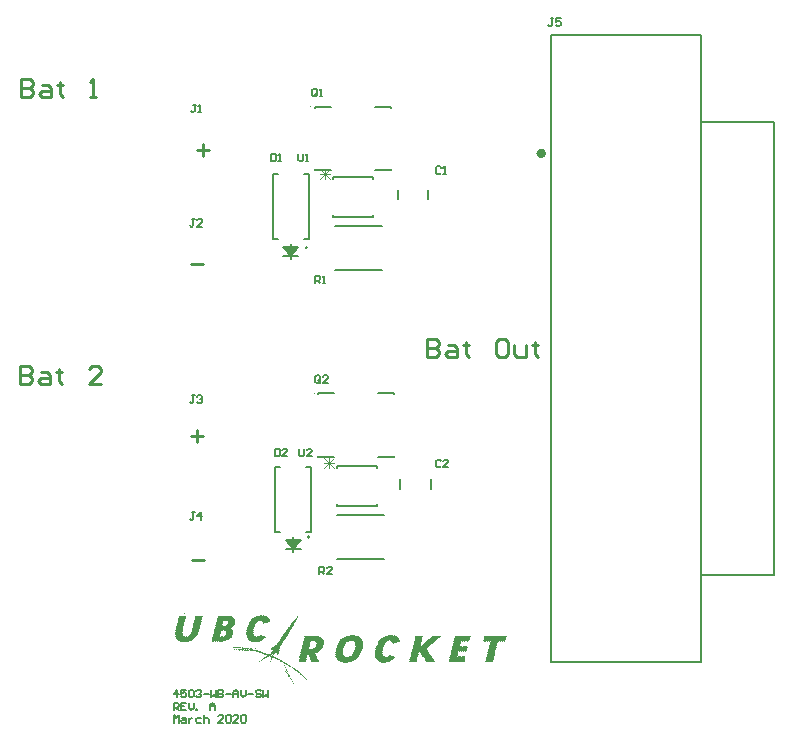
<source format=gto>
G04*
G04 #@! TF.GenerationSoftware,Altium Limited,Altium Designer,20.0.11 (256)*
G04*
G04 Layer_Color=65535*
%FSLAX25Y25*%
%MOIN*%
G70*
G01*
G75*
%ADD10C,0.01575*%
%ADD11C,0.00600*%
%ADD12C,0.00394*%
%ADD13C,0.00500*%
%ADD14C,0.00787*%
%ADD15C,0.01000*%
%ADD16C,0.00300*%
G36*
X42362Y33820D02*
X42469D01*
Y33712D01*
X42362D01*
Y33605D01*
X42254D01*
Y33712D01*
X42147D01*
Y33820D01*
X42254D01*
Y33927D01*
X42362D01*
Y33820D01*
D02*
G37*
G36*
X68604Y33059D02*
X68711D01*
Y32951D01*
X68819D01*
Y33059D01*
X68926D01*
Y32951D01*
X69034D01*
Y32844D01*
X69141D01*
Y32951D01*
X69249D01*
Y32844D01*
X69356D01*
Y32736D01*
X69678D01*
Y32629D01*
X69786D01*
Y32521D01*
X69893D01*
Y32414D01*
X70001D01*
Y32307D01*
X70323D01*
Y32199D01*
X70215D01*
Y32092D01*
X70323D01*
Y31984D01*
X70430D01*
Y31877D01*
X70538D01*
Y31769D01*
X70645D01*
Y31662D01*
Y31554D01*
Y31447D01*
X70753D01*
Y31340D01*
Y31232D01*
Y31125D01*
X70860D01*
Y31017D01*
Y30910D01*
Y30802D01*
X70753D01*
Y30910D01*
X70645D01*
Y30802D01*
X70538D01*
Y30695D01*
X70430D01*
Y30802D01*
X70323D01*
Y30695D01*
X70001D01*
Y30588D01*
X69893D01*
Y30695D01*
X69786D01*
Y30588D01*
X69678D01*
Y30480D01*
X69141D01*
Y30373D01*
X68819D01*
Y30265D01*
X68497D01*
Y30373D01*
Y30480D01*
Y30588D01*
X68389D01*
Y30695D01*
X68282D01*
Y30802D01*
X68389D01*
Y30910D01*
X68067D01*
Y31017D01*
X67959D01*
Y31125D01*
X67852D01*
Y31232D01*
X67744D01*
Y31125D01*
X67637D01*
Y31232D01*
X67530D01*
Y31125D01*
X67422D01*
Y31232D01*
X67315D01*
Y31125D01*
X66992D01*
Y31017D01*
X66885D01*
Y30910D01*
X66563D01*
Y30802D01*
X66670D01*
Y30695D01*
X66348D01*
Y30588D01*
X66455D01*
Y30480D01*
X66240D01*
Y30373D01*
Y30265D01*
X66133D01*
Y30158D01*
X66025D01*
Y30050D01*
X65918D01*
Y29943D01*
Y29836D01*
Y29728D01*
X65811D01*
Y29621D01*
X65703D01*
Y29513D01*
X65811D01*
Y29406D01*
X65703D01*
Y29298D01*
X65596D01*
Y29191D01*
Y29083D01*
Y28976D01*
X65488D01*
Y28868D01*
X65596D01*
Y28761D01*
X65488D01*
Y28654D01*
X65381D01*
Y28546D01*
X65488D01*
Y28439D01*
X65381D01*
Y28331D01*
X65273D01*
Y28224D01*
X65381D01*
Y28117D01*
X65273D01*
Y28009D01*
X65381D01*
Y27902D01*
X65273D01*
Y27794D01*
X65381D01*
Y27687D01*
X65273D01*
Y27579D01*
X65381D01*
Y27472D01*
X65273D01*
Y27364D01*
X65381D01*
Y27257D01*
X65273D01*
Y27150D01*
X65381D01*
Y27042D01*
X65273D01*
Y26935D01*
X65381D01*
Y26827D01*
X65273D01*
Y26720D01*
X65381D01*
Y26612D01*
X65273D01*
Y26505D01*
X65381D01*
Y26397D01*
X65488D01*
Y26290D01*
X65596D01*
Y26183D01*
X65703D01*
Y26075D01*
X66025D01*
Y25968D01*
X66133D01*
Y25860D01*
X66240D01*
Y25968D01*
X66133D01*
Y26075D01*
X66240D01*
Y25968D01*
X66348D01*
Y25860D01*
X66455D01*
Y25968D01*
X66563D01*
Y26075D01*
X66885D01*
Y26183D01*
X66992D01*
Y26075D01*
X67100D01*
Y26183D01*
X66992D01*
Y26290D01*
X67315D01*
Y26397D01*
X67207D01*
Y26505D01*
X67530D01*
Y26612D01*
X67422D01*
Y26720D01*
X67530D01*
Y26612D01*
X67637D01*
Y26505D01*
X67744D01*
Y26612D01*
X67637D01*
Y26720D01*
X67744D01*
Y26612D01*
X67852D01*
Y26505D01*
X67959D01*
Y26397D01*
X68067D01*
Y26290D01*
X68174D01*
Y26397D01*
X68067D01*
Y26505D01*
X68174D01*
Y26397D01*
X68282D01*
Y26290D01*
X68389D01*
Y26183D01*
X68497D01*
Y26290D01*
X68604D01*
Y26183D01*
X68711D01*
Y26075D01*
X69034D01*
Y25968D01*
X69141D01*
Y25860D01*
X69249D01*
Y25968D01*
X69356D01*
Y25860D01*
X69463D01*
Y25753D01*
X69356D01*
Y25645D01*
X69249D01*
Y25538D01*
X69141D01*
Y25431D01*
X69034D01*
Y25323D01*
X68926D01*
Y25216D01*
X68819D01*
Y25108D01*
X68497D01*
Y25001D01*
X68604D01*
Y24893D01*
X68282D01*
Y24786D01*
X68174D01*
Y24678D01*
X68067D01*
Y24571D01*
X67959D01*
Y24678D01*
X67852D01*
Y24571D01*
X67959D01*
Y24464D01*
X67852D01*
Y24571D01*
X67744D01*
Y24464D01*
X67422D01*
Y24356D01*
X67530D01*
Y24249D01*
X67422D01*
Y24356D01*
X67315D01*
Y24249D01*
X66777D01*
Y24141D01*
X66885D01*
Y24034D01*
X66777D01*
Y24141D01*
X66455D01*
Y24034D01*
X66348D01*
Y24141D01*
X66240D01*
Y24034D01*
X65918D01*
Y24141D01*
X65811D01*
Y24034D01*
X65488D01*
Y24141D01*
X65381D01*
Y24034D01*
X65273D01*
Y24141D01*
X65166D01*
Y24034D01*
X65058D01*
Y24141D01*
X64951D01*
Y24249D01*
X64414D01*
Y24356D01*
X64306D01*
Y24464D01*
X63984D01*
Y24571D01*
X63877D01*
Y24678D01*
X63769D01*
Y24786D01*
X63662D01*
Y24893D01*
X63554D01*
Y25001D01*
X63447D01*
Y25108D01*
X63340D01*
Y25216D01*
Y25323D01*
Y25431D01*
X63232D01*
Y25538D01*
X63125D01*
Y25645D01*
Y25753D01*
Y25860D01*
X63017D01*
Y25968D01*
Y26075D01*
Y26183D01*
X62910D01*
Y26290D01*
X63017D01*
Y26397D01*
X62910D01*
Y26505D01*
Y26612D01*
Y26720D01*
Y26827D01*
Y26935D01*
Y27042D01*
Y27150D01*
Y27257D01*
Y27364D01*
Y27472D01*
Y27579D01*
X63017D01*
Y27687D01*
X62910D01*
Y27794D01*
X63017D01*
Y27902D01*
X62910D01*
Y28009D01*
X63017D01*
Y28117D01*
X62910D01*
Y28224D01*
X63017D01*
Y28331D01*
X62910D01*
Y28439D01*
X63125D01*
Y28546D01*
Y28654D01*
X63232D01*
Y28761D01*
X63125D01*
Y28868D01*
X63232D01*
Y28976D01*
X63125D01*
Y29083D01*
X63232D01*
Y29191D01*
X63340D01*
Y29298D01*
X63447D01*
Y29406D01*
X63340D01*
Y29513D01*
X63447D01*
Y29621D01*
X63340D01*
Y29728D01*
X63447D01*
Y29836D01*
X63554D01*
Y29943D01*
X63662D01*
Y30050D01*
X63554D01*
Y30158D01*
X63662D01*
Y30265D01*
X63769D01*
Y30373D01*
X63877D01*
Y30480D01*
X63769D01*
Y30588D01*
X63877D01*
Y30695D01*
X63984D01*
Y30802D01*
X64091D01*
Y30910D01*
Y31017D01*
X64306D01*
Y31125D01*
X64199D01*
Y31232D01*
X64306D01*
Y31340D01*
X64414D01*
Y31447D01*
X64521D01*
Y31554D01*
X64629D01*
Y31662D01*
X64736D01*
Y31769D01*
X64844D01*
Y31877D01*
X64951D01*
Y31984D01*
X65058D01*
Y31877D01*
X65166D01*
Y31984D01*
X65058D01*
Y32092D01*
X65166D01*
Y32199D01*
X65273D01*
Y32092D01*
X65381D01*
Y32199D01*
X65273D01*
Y32307D01*
X65596D01*
Y32414D01*
X65703D01*
Y32521D01*
X66025D01*
Y32629D01*
X66133D01*
Y32736D01*
X66455D01*
Y32844D01*
X66563D01*
Y32736D01*
X66670D01*
Y32844D01*
X66563D01*
Y32951D01*
X66670D01*
Y32844D01*
X66777D01*
Y32951D01*
X67100D01*
Y33059D01*
X67207D01*
Y32951D01*
X67315D01*
Y33059D01*
X67422D01*
Y32951D01*
X67530D01*
Y33059D01*
X67637D01*
Y33166D01*
X67744D01*
Y33059D01*
X67852D01*
Y32951D01*
X67959D01*
Y33059D01*
X67852D01*
Y33166D01*
X67959D01*
Y33059D01*
X68067D01*
Y33166D01*
X68174D01*
Y33059D01*
X68282D01*
Y32951D01*
X68389D01*
Y33059D01*
X68282D01*
Y33166D01*
X68389D01*
Y33059D01*
X68497D01*
Y32951D01*
X68604D01*
Y33059D01*
X68497D01*
Y33166D01*
X68604D01*
Y33059D01*
D02*
G37*
G36*
X48191Y32844D02*
X48298D01*
Y32736D01*
X48406D01*
Y32629D01*
X48298D01*
Y32521D01*
X48191D01*
Y32414D01*
Y32307D01*
Y32199D01*
X48083D01*
Y32092D01*
X48191D01*
Y31984D01*
X48083D01*
Y31877D01*
X48191D01*
Y31769D01*
X48083D01*
Y31662D01*
X47976D01*
Y31554D01*
X47868D01*
Y31447D01*
X47976D01*
Y31340D01*
X47868D01*
Y31232D01*
X47976D01*
Y31125D01*
X47868D01*
Y31017D01*
X47976D01*
Y30910D01*
X47868D01*
Y30802D01*
X47761D01*
Y30695D01*
X47868D01*
Y30588D01*
X47761D01*
Y30480D01*
X47653D01*
Y30373D01*
X47761D01*
Y30265D01*
X47653D01*
Y30158D01*
X47761D01*
Y30050D01*
X47653D01*
Y29943D01*
X47546D01*
Y29836D01*
X47653D01*
Y29728D01*
X47546D01*
Y29836D01*
X47438D01*
Y29728D01*
X47546D01*
Y29621D01*
X47438D01*
Y29513D01*
X47546D01*
Y29406D01*
X47438D01*
Y29298D01*
X47546D01*
Y29191D01*
X47438D01*
Y29083D01*
Y28976D01*
Y28868D01*
X47331D01*
Y28761D01*
X47224D01*
Y28654D01*
X47331D01*
Y28546D01*
X47224D01*
Y28439D01*
X47331D01*
Y28331D01*
X47224D01*
Y28224D01*
X47116D01*
Y28117D01*
Y28009D01*
Y27902D01*
Y27794D01*
Y27687D01*
X47009D01*
Y27579D01*
Y27472D01*
Y27364D01*
X46901D01*
Y27257D01*
X46794D01*
Y27150D01*
X46901D01*
Y27042D01*
X46794D01*
Y26935D01*
X46687D01*
Y26827D01*
X46579D01*
Y26720D01*
X46687D01*
Y26612D01*
X46579D01*
Y26505D01*
X46472D01*
Y26397D01*
X46364D01*
Y26290D01*
X46472D01*
Y26183D01*
X46257D01*
Y26075D01*
Y25968D01*
X46149D01*
Y25860D01*
X46042D01*
Y25753D01*
X45934D01*
Y25645D01*
X45827D01*
Y25538D01*
X45720D01*
Y25431D01*
X45612D01*
Y25323D01*
X45505D01*
Y25216D01*
X45397D01*
Y25108D01*
X45290D01*
Y25001D01*
X45182D01*
Y24893D01*
X44860D01*
Y24786D01*
X44753D01*
Y24678D01*
X44645D01*
Y24571D01*
X44538D01*
Y24678D01*
X44430D01*
Y24571D01*
X44538D01*
Y24464D01*
X44430D01*
Y24571D01*
X44323D01*
Y24464D01*
X44215D01*
Y24356D01*
X44108D01*
Y24464D01*
X44001D01*
Y24356D01*
X43893D01*
Y24249D01*
X43786D01*
Y24356D01*
X43678D01*
Y24249D01*
X43356D01*
Y24141D01*
X43248D01*
Y24249D01*
X43141D01*
Y24141D01*
X43248D01*
Y24034D01*
X43141D01*
Y24141D01*
X43034D01*
Y24034D01*
X42926D01*
Y24141D01*
X42819D01*
Y24034D01*
X42711D01*
Y24141D01*
X42604D01*
Y24034D01*
X42281D01*
Y24141D01*
X42174D01*
Y24034D01*
X41852D01*
Y24141D01*
X41744D01*
Y24034D01*
X41637D01*
Y24141D01*
X41529D01*
Y24249D01*
X41422D01*
Y24141D01*
X41529D01*
Y24034D01*
X41422D01*
Y24141D01*
X41315D01*
Y24249D01*
X40777D01*
Y24356D01*
X40670D01*
Y24464D01*
X40348D01*
Y24571D01*
X40240D01*
Y24678D01*
X40133D01*
Y24786D01*
X40025D01*
Y24893D01*
X39918D01*
Y25001D01*
X39810D01*
Y25108D01*
X39703D01*
Y25216D01*
X39595D01*
Y25323D01*
X39488D01*
Y25431D01*
X39595D01*
Y25538D01*
X39488D01*
Y25645D01*
X39381D01*
Y25753D01*
X39273D01*
Y25860D01*
X39381D01*
Y25968D01*
X39273D01*
Y26075D01*
X39381D01*
Y26183D01*
X39273D01*
Y26290D01*
X39381D01*
Y26397D01*
X39273D01*
Y26505D01*
X39166D01*
Y26612D01*
X39273D01*
Y26720D01*
X39166D01*
Y26827D01*
X39273D01*
Y26935D01*
X39166D01*
Y27042D01*
X39273D01*
Y27150D01*
X39166D01*
Y27257D01*
X39273D01*
Y27364D01*
X39166D01*
Y27472D01*
X39273D01*
Y27579D01*
X39381D01*
Y27687D01*
X39273D01*
Y27794D01*
X39381D01*
Y27902D01*
X39273D01*
Y28009D01*
X39381D01*
Y28117D01*
X39273D01*
Y28224D01*
X39381D01*
Y28331D01*
X39273D01*
Y28439D01*
X39381D01*
Y28546D01*
X39488D01*
Y28654D01*
X39595D01*
Y28761D01*
X39488D01*
Y28868D01*
X39595D01*
Y28976D01*
X39488D01*
Y29083D01*
X39595D01*
Y29191D01*
Y29298D01*
Y29406D01*
X39703D01*
Y29298D01*
X39810D01*
Y29406D01*
X39703D01*
Y29513D01*
Y29621D01*
Y29728D01*
X39810D01*
Y29836D01*
X39703D01*
Y29943D01*
X39810D01*
Y30050D01*
X39703D01*
Y30158D01*
X39810D01*
Y30265D01*
X39918D01*
Y30373D01*
Y30480D01*
Y30588D01*
X40025D01*
Y30695D01*
X39918D01*
Y30802D01*
X40025D01*
Y30910D01*
Y31017D01*
Y31125D01*
X40133D01*
Y31232D01*
Y31340D01*
Y31447D01*
X40240D01*
Y31554D01*
X40133D01*
Y31662D01*
X40240D01*
Y31769D01*
Y31877D01*
Y31984D01*
X40348D01*
Y32092D01*
Y32199D01*
Y32307D01*
X40455D01*
Y32414D01*
X40348D01*
Y32521D01*
X40455D01*
Y32629D01*
Y32736D01*
Y32844D01*
X40562D01*
Y32736D01*
X40670D01*
Y32844D01*
X40562D01*
Y32951D01*
X40670D01*
Y32844D01*
X40777D01*
Y32736D01*
X40885D01*
Y32844D01*
X40777D01*
Y32951D01*
X40885D01*
Y32844D01*
X40992D01*
Y32736D01*
X41100D01*
Y32844D01*
X40992D01*
Y32951D01*
X41100D01*
Y32844D01*
X41207D01*
Y32951D01*
X41315D01*
Y32844D01*
X41422D01*
Y32736D01*
X41529D01*
Y32844D01*
X41422D01*
Y32951D01*
X41529D01*
Y32844D01*
X41637D01*
Y32736D01*
X41744D01*
Y32844D01*
X41637D01*
Y32951D01*
X41744D01*
Y32844D01*
X41852D01*
Y32736D01*
X41959D01*
Y32844D01*
X41852D01*
Y32951D01*
X41959D01*
Y32844D01*
X42067D01*
Y32951D01*
X42174D01*
Y32844D01*
X42281D01*
Y32736D01*
X42389D01*
Y32844D01*
X42281D01*
Y32951D01*
X42389D01*
Y32844D01*
X42496D01*
Y32736D01*
X42604D01*
Y32844D01*
X42496D01*
Y32951D01*
X42604D01*
Y32844D01*
X42711D01*
Y32736D01*
X42819D01*
Y32629D01*
X42711D01*
Y32521D01*
X42819D01*
Y32414D01*
X42711D01*
Y32307D01*
X42819D01*
Y32199D01*
X42711D01*
Y32092D01*
X42604D01*
Y31984D01*
X42711D01*
Y31877D01*
X42604D01*
Y31769D01*
X42496D01*
Y31662D01*
X42604D01*
Y31554D01*
X42496D01*
Y31447D01*
X42604D01*
Y31340D01*
X42496D01*
Y31232D01*
X42389D01*
Y31125D01*
X42281D01*
Y31017D01*
X42389D01*
Y30910D01*
X42281D01*
Y30802D01*
X42389D01*
Y30695D01*
X42281D01*
Y30588D01*
X42389D01*
Y30480D01*
X42281D01*
Y30373D01*
Y30265D01*
Y30158D01*
X42174D01*
Y30050D01*
X42067D01*
Y29943D01*
X42174D01*
Y29836D01*
X42067D01*
Y29728D01*
X42174D01*
Y29621D01*
X42067D01*
Y29513D01*
X41959D01*
Y29406D01*
Y29298D01*
Y29191D01*
Y29083D01*
Y28976D01*
X41852D01*
Y28868D01*
X41959D01*
Y28761D01*
X41852D01*
Y28654D01*
Y28546D01*
Y28439D01*
X41744D01*
Y28331D01*
X41637D01*
Y28224D01*
X41744D01*
Y28117D01*
X41637D01*
Y28009D01*
X41744D01*
Y27902D01*
X41637D01*
Y27794D01*
Y27687D01*
Y27579D01*
Y27472D01*
Y27364D01*
X41529D01*
Y27257D01*
Y27150D01*
Y27042D01*
X41637D01*
Y26935D01*
X41529D01*
Y26827D01*
X41637D01*
Y26720D01*
Y26612D01*
Y26505D01*
X41744D01*
Y26397D01*
X41637D01*
Y26290D01*
X41744D01*
Y26183D01*
X41852D01*
Y26075D01*
X41959D01*
Y26183D01*
X41852D01*
Y26290D01*
X41959D01*
Y26183D01*
X42067D01*
Y26075D01*
X42174D01*
Y25968D01*
X42281D01*
Y25860D01*
X42389D01*
Y25968D01*
X42281D01*
Y26075D01*
X42389D01*
Y25968D01*
X42496D01*
Y25860D01*
X42604D01*
Y25968D01*
X42496D01*
Y26075D01*
X42604D01*
Y25968D01*
X42711D01*
Y25860D01*
X42819D01*
Y25968D01*
X42926D01*
Y26075D01*
X43034D01*
Y25968D01*
X43141D01*
Y25860D01*
X43248D01*
Y25968D01*
X43141D01*
Y26075D01*
X43248D01*
Y25968D01*
X43356D01*
Y26075D01*
X43678D01*
Y26183D01*
X43571D01*
Y26290D01*
X43678D01*
Y26183D01*
X43786D01*
Y26290D01*
X43893D01*
Y26397D01*
X44001D01*
Y26505D01*
X44108D01*
Y26612D01*
X44001D01*
Y26720D01*
X44108D01*
Y26612D01*
X44215D01*
Y26720D01*
X44323D01*
Y26827D01*
X44215D01*
Y26935D01*
X44323D01*
Y27042D01*
X44430D01*
Y27150D01*
X44538D01*
Y27257D01*
X44430D01*
Y27364D01*
X44538D01*
Y27472D01*
X44645D01*
Y27579D01*
X44753D01*
Y27687D01*
X44645D01*
Y27794D01*
X44753D01*
Y27902D01*
Y28009D01*
Y28117D01*
X44860D01*
Y28009D01*
X44967D01*
Y28117D01*
X44860D01*
Y28224D01*
Y28331D01*
Y28439D01*
X44967D01*
Y28546D01*
X44860D01*
Y28654D01*
X44967D01*
Y28761D01*
X44860D01*
Y28868D01*
X44967D01*
Y28976D01*
X45075D01*
Y29083D01*
Y29191D01*
Y29298D01*
X45182D01*
Y29406D01*
X45075D01*
Y29513D01*
X45182D01*
Y29621D01*
Y29728D01*
Y29836D01*
X45290D01*
Y29943D01*
Y30050D01*
Y30158D01*
X45397D01*
Y30265D01*
X45290D01*
Y30373D01*
X45397D01*
Y30480D01*
X45290D01*
Y30588D01*
X45397D01*
Y30695D01*
X45505D01*
Y30802D01*
Y30910D01*
Y31017D01*
X45612D01*
Y31125D01*
X45505D01*
Y31232D01*
X45612D01*
Y31340D01*
Y31447D01*
Y31554D01*
X45720D01*
Y31662D01*
Y31769D01*
Y31877D01*
X45827D01*
Y31984D01*
X45720D01*
Y32092D01*
X45827D01*
Y32199D01*
X45720D01*
Y32307D01*
X45827D01*
Y32414D01*
X45934D01*
Y32521D01*
X45827D01*
Y32629D01*
X45934D01*
Y32736D01*
X46042D01*
Y32844D01*
X45934D01*
Y32951D01*
X46042D01*
Y32844D01*
X46149D01*
Y32736D01*
X46257D01*
Y32844D01*
X46149D01*
Y32951D01*
X46257D01*
Y32844D01*
X46364D01*
Y32951D01*
X46472D01*
Y32844D01*
X46579D01*
Y32736D01*
X46687D01*
Y32844D01*
X46579D01*
Y32951D01*
X46687D01*
Y32844D01*
X46794D01*
Y32736D01*
X46901D01*
Y32844D01*
X46794D01*
Y32951D01*
X46901D01*
Y32844D01*
X47009D01*
Y32736D01*
X47116D01*
Y32844D01*
X47009D01*
Y32951D01*
X47116D01*
Y32844D01*
X47224D01*
Y32951D01*
X47331D01*
Y32844D01*
X47438D01*
Y32736D01*
X47546D01*
Y32844D01*
X47438D01*
Y32951D01*
X47546D01*
Y32844D01*
X47653D01*
Y32736D01*
X47761D01*
Y32844D01*
X47653D01*
Y32951D01*
X47761D01*
Y32844D01*
X47868D01*
Y32736D01*
X47976D01*
Y32844D01*
X47868D01*
Y32951D01*
X47976D01*
Y32844D01*
X48083D01*
Y32951D01*
X48191D01*
Y32844D01*
D02*
G37*
G36*
X57215D02*
X57323D01*
Y32736D01*
X57430D01*
Y32844D01*
X57538D01*
Y32736D01*
X58075D01*
Y32629D01*
X58182D01*
Y32521D01*
X58505D01*
Y32414D01*
X58612D01*
Y32307D01*
X58720D01*
Y32199D01*
X58827D01*
Y32092D01*
X58934D01*
Y31984D01*
Y31877D01*
X59149D01*
Y31769D01*
X59042D01*
Y31662D01*
X59149D01*
Y31554D01*
X59042D01*
Y31447D01*
X59257D01*
Y31340D01*
Y31232D01*
Y31125D01*
Y31017D01*
Y30910D01*
Y30802D01*
Y30695D01*
Y30588D01*
Y30480D01*
Y30373D01*
X59149D01*
Y30265D01*
X59042D01*
Y30158D01*
X59149D01*
Y30050D01*
X59042D01*
Y29943D01*
X58934D01*
Y29836D01*
X58827D01*
Y29728D01*
X58934D01*
Y29621D01*
X58827D01*
Y29513D01*
X58720D01*
Y29406D01*
X58612D01*
Y29298D01*
X58505D01*
Y29191D01*
X58182D01*
Y29083D01*
X58075D01*
Y28976D01*
X57753D01*
Y28868D01*
X57645D01*
Y28761D01*
X57538D01*
Y28654D01*
X57860D01*
Y28546D01*
X57968D01*
Y28439D01*
X58075D01*
Y28331D01*
X58182D01*
Y28224D01*
X58290D01*
Y28117D01*
X58397D01*
Y28009D01*
X58505D01*
Y27902D01*
X58397D01*
Y27794D01*
X58505D01*
Y27687D01*
X58612D01*
Y27579D01*
X58720D01*
Y27472D01*
X58612D01*
Y27579D01*
X58505D01*
Y27472D01*
X58612D01*
Y27364D01*
X58505D01*
Y27257D01*
X58612D01*
Y27150D01*
X58505D01*
Y27042D01*
X58397D01*
Y26935D01*
X58505D01*
Y26827D01*
X58397D01*
Y26720D01*
X58505D01*
Y26612D01*
X58397D01*
Y26505D01*
X58290D01*
Y26397D01*
X58182D01*
Y26290D01*
X58290D01*
Y26183D01*
X58182D01*
Y26075D01*
X58075D01*
Y25968D01*
X57968D01*
Y25860D01*
X58075D01*
Y25753D01*
X57968D01*
Y25645D01*
X57860D01*
Y25538D01*
X57753D01*
Y25431D01*
X57645D01*
Y25323D01*
X57538D01*
Y25216D01*
X57430D01*
Y25108D01*
X57108D01*
Y25001D01*
X57001D01*
Y24893D01*
X56893D01*
Y24786D01*
X56786D01*
Y24893D01*
X56678D01*
Y24786D01*
X56786D01*
Y24678D01*
X56678D01*
Y24786D01*
X56571D01*
Y24678D01*
X56463D01*
Y24571D01*
X56356D01*
Y24678D01*
X56248D01*
Y24571D01*
X56356D01*
Y24464D01*
X56248D01*
Y24571D01*
X56141D01*
Y24464D01*
X55819D01*
Y24356D01*
X55711D01*
Y24464D01*
X55604D01*
Y24356D01*
X55496D01*
Y24464D01*
X55389D01*
Y24356D01*
X55496D01*
Y24249D01*
X55389D01*
Y24356D01*
X55282D01*
Y24249D01*
X55174D01*
Y24356D01*
X55067D01*
Y24249D01*
X54959D01*
Y24356D01*
X54852D01*
Y24249D01*
X54744D01*
Y24356D01*
X54637D01*
Y24249D01*
X54530D01*
Y24356D01*
X54422D01*
Y24249D01*
X54100D01*
Y24356D01*
X53992D01*
Y24249D01*
X53670D01*
Y24356D01*
X53562D01*
Y24249D01*
X53240D01*
Y24356D01*
X53133D01*
Y24249D01*
X53025D01*
Y24356D01*
X52918D01*
Y24249D01*
X52811D01*
Y24356D01*
X52703D01*
Y24249D01*
X52381D01*
Y24356D01*
X52273D01*
Y24249D01*
X51951D01*
Y24356D01*
X51844D01*
Y24249D01*
X51521D01*
Y24356D01*
X51414D01*
Y24464D01*
X51306D01*
Y24571D01*
X51414D01*
Y24678D01*
X51521D01*
Y24786D01*
X51414D01*
Y24893D01*
X51521D01*
Y25001D01*
X51629D01*
Y25108D01*
X51521D01*
Y25216D01*
X51629D01*
Y25323D01*
X51521D01*
Y25431D01*
X51629D01*
Y25538D01*
Y25645D01*
Y25753D01*
X51736D01*
Y25860D01*
X51844D01*
Y25968D01*
X51736D01*
Y26075D01*
X51844D01*
Y26183D01*
X51736D01*
Y26290D01*
X51844D01*
Y26397D01*
Y26505D01*
Y26612D01*
X51951D01*
Y26720D01*
Y26827D01*
Y26935D01*
X52058D01*
Y27042D01*
X51951D01*
Y27150D01*
X52058D01*
Y27257D01*
Y27364D01*
Y27472D01*
X52166D01*
Y27579D01*
Y27687D01*
Y27794D01*
X52273D01*
Y27902D01*
X52166D01*
Y28009D01*
X52273D01*
Y28117D01*
Y28224D01*
Y28331D01*
X52381D01*
Y28439D01*
Y28546D01*
Y28654D01*
X52488D01*
Y28761D01*
X52381D01*
Y28868D01*
X52488D01*
Y28976D01*
Y29083D01*
Y29191D01*
X52596D01*
Y29298D01*
X52703D01*
Y29406D01*
X52596D01*
Y29513D01*
X52703D01*
Y29621D01*
X52596D01*
Y29728D01*
X52703D01*
Y29836D01*
Y29943D01*
Y30050D01*
X52596D01*
Y30158D01*
X52703D01*
Y30050D01*
X52811D01*
Y30158D01*
Y30265D01*
Y30373D01*
X52918D01*
Y30480D01*
X52811D01*
Y30588D01*
X52918D01*
Y30695D01*
X52811D01*
Y30802D01*
X52918D01*
Y30910D01*
X53025D01*
Y31017D01*
X52918D01*
Y31125D01*
X53025D01*
Y31232D01*
X53133D01*
Y31340D01*
X53025D01*
Y31447D01*
X53133D01*
Y31554D01*
X53025D01*
Y31662D01*
X53133D01*
Y31769D01*
X53025D01*
Y31877D01*
X53133D01*
Y31984D01*
X53240D01*
Y32092D01*
X53348D01*
Y32199D01*
X53240D01*
Y32307D01*
X53348D01*
Y32414D01*
X53240D01*
Y32521D01*
X53348D01*
Y32629D01*
Y32736D01*
Y32844D01*
X53455D01*
Y32736D01*
X53562D01*
Y32844D01*
X53455D01*
Y32951D01*
X53562D01*
Y32844D01*
X53670D01*
Y32736D01*
X53777D01*
Y32844D01*
X53670D01*
Y32951D01*
X53777D01*
Y32844D01*
X53885D01*
Y32736D01*
X53992D01*
Y32844D01*
X53885D01*
Y32951D01*
X53992D01*
Y32844D01*
X54100D01*
Y32951D01*
X54207D01*
Y32844D01*
X54315D01*
Y32736D01*
X54422D01*
Y32844D01*
X54315D01*
Y32951D01*
X54422D01*
Y32844D01*
X54530D01*
Y32736D01*
X54637D01*
Y32844D01*
X54530D01*
Y32951D01*
X54637D01*
Y32844D01*
X54744D01*
Y32736D01*
X54852D01*
Y32844D01*
X54744D01*
Y32951D01*
X54852D01*
Y32844D01*
X54959D01*
Y32951D01*
X55067D01*
Y32844D01*
X55174D01*
Y32736D01*
X55282D01*
Y32844D01*
X55174D01*
Y32951D01*
X55282D01*
Y32844D01*
X55389D01*
Y32736D01*
X55496D01*
Y32844D01*
X55389D01*
Y32951D01*
X55496D01*
Y32844D01*
X55604D01*
Y32736D01*
X55711D01*
Y32844D01*
X55604D01*
Y32951D01*
X55711D01*
Y32844D01*
X55819D01*
Y32951D01*
X55926D01*
Y32844D01*
X56034D01*
Y32736D01*
X56141D01*
Y32844D01*
X56034D01*
Y32951D01*
X56141D01*
Y32844D01*
X56248D01*
Y32736D01*
X56356D01*
Y32844D01*
X56248D01*
Y32951D01*
X56356D01*
Y32844D01*
X56463D01*
Y32736D01*
X56571D01*
Y32844D01*
X56463D01*
Y32951D01*
X56571D01*
Y32844D01*
X56678D01*
Y32951D01*
X56786D01*
Y32844D01*
X56893D01*
Y32736D01*
X57001D01*
Y32844D01*
X56893D01*
Y32951D01*
X57001D01*
Y32844D01*
X57108D01*
Y32736D01*
X57215D01*
Y32844D01*
X57108D01*
Y32951D01*
X57215D01*
Y32844D01*
D02*
G37*
G36*
X80100Y32736D02*
X80207D01*
Y32629D01*
X80100D01*
Y32521D01*
X80207D01*
Y32414D01*
X80100D01*
Y32307D01*
X79993D01*
Y32199D01*
X79885D01*
Y32092D01*
X79993D01*
Y31984D01*
X79885D01*
Y31877D01*
X79778D01*
Y31769D01*
X79670D01*
Y31662D01*
Y31554D01*
Y31447D01*
X79563D01*
Y31340D01*
X79455D01*
Y31232D01*
X79563D01*
Y31125D01*
X79240D01*
Y31017D01*
X79348D01*
Y30910D01*
X79240D01*
Y30802D01*
X79133D01*
Y30695D01*
Y30588D01*
Y30480D01*
X79026D01*
Y30373D01*
X78918D01*
Y30265D01*
X78811D01*
Y30158D01*
X78918D01*
Y30050D01*
X78811D01*
Y29943D01*
X78703D01*
Y29836D01*
X78596D01*
Y29728D01*
X78703D01*
Y29621D01*
X78596D01*
Y29513D01*
X78488D01*
Y29406D01*
X78381D01*
Y29298D01*
X78488D01*
Y29191D01*
X78273D01*
Y29083D01*
Y28976D01*
X78166D01*
Y28868D01*
Y28761D01*
X78059D01*
Y28654D01*
Y28546D01*
X77951D01*
Y28439D01*
X77844D01*
Y28331D01*
X77736D01*
Y28224D01*
X77844D01*
Y28117D01*
X77736D01*
Y28009D01*
X77629D01*
Y27902D01*
X77521D01*
Y27794D01*
Y27687D01*
X77414D01*
Y27579D01*
Y27472D01*
X77306D01*
Y27364D01*
X77199D01*
Y27257D01*
X77092D01*
Y27150D01*
X77199D01*
Y27042D01*
X77092D01*
Y26935D01*
X76984D01*
Y26827D01*
X76877D01*
Y26720D01*
Y26612D01*
X76769D01*
Y26505D01*
Y26397D01*
X76662D01*
Y26290D01*
X76554D01*
Y26183D01*
X76447D01*
Y26075D01*
X76554D01*
Y25968D01*
X76340D01*
Y25860D01*
Y25753D01*
X76232D01*
Y25645D01*
X76125D01*
Y25538D01*
X76017D01*
Y25431D01*
X76125D01*
Y25323D01*
X76017D01*
Y25216D01*
X75910D01*
Y25108D01*
X75802D01*
Y25001D01*
X75910D01*
Y24893D01*
X75802D01*
Y25001D01*
X75695D01*
Y24893D01*
X75587D01*
Y24786D01*
X75695D01*
Y24678D01*
X75587D01*
Y24571D01*
X75480D01*
Y24678D01*
X75373D01*
Y24571D01*
X75480D01*
Y24464D01*
X75373D01*
Y24356D01*
X75265D01*
Y24249D01*
X75158D01*
Y24141D01*
X75265D01*
Y24034D01*
X75158D01*
Y23926D01*
X75050D01*
Y23819D01*
X74943D01*
Y23711D01*
Y23604D01*
X74728D01*
Y23497D01*
X74835D01*
Y23389D01*
X74728D01*
Y23282D01*
X74620D01*
Y23174D01*
X74513D01*
Y23067D01*
X74406D01*
Y22959D01*
X74298D01*
Y22852D01*
X74406D01*
Y22745D01*
X74298D01*
Y22637D01*
X74191D01*
Y22530D01*
X74083D01*
Y22422D01*
X74191D01*
Y22315D01*
X74083D01*
Y22422D01*
X73976D01*
Y22315D01*
X73868D01*
Y22207D01*
X73976D01*
Y22100D01*
X73868D01*
Y21993D01*
X73976D01*
Y21885D01*
X73868D01*
Y21778D01*
X73976D01*
Y21670D01*
X73868D01*
Y21563D01*
X73976D01*
Y21455D01*
X73868D01*
Y21348D01*
X73976D01*
Y21240D01*
X73868D01*
Y21133D01*
X73976D01*
Y21025D01*
X73868D01*
Y20918D01*
X73976D01*
Y20811D01*
X73868D01*
Y20918D01*
X73761D01*
Y20811D01*
X73868D01*
Y20703D01*
X73761D01*
Y20596D01*
X73654D01*
Y20488D01*
X73761D01*
Y20381D01*
X73654D01*
Y20274D01*
X73546D01*
Y20166D01*
X73439D01*
Y20059D01*
X73546D01*
Y19951D01*
X73439D01*
Y19844D01*
X73331D01*
Y19951D01*
X73224D01*
Y20059D01*
X73116D01*
Y20166D01*
X73009D01*
Y20274D01*
X73116D01*
Y20381D01*
X73009D01*
Y20488D01*
X72901D01*
Y20596D01*
X72579D01*
Y20488D01*
X72687D01*
Y20381D01*
X72364D01*
Y20274D01*
X72257D01*
Y20166D01*
X72149D01*
Y20059D01*
X72257D01*
Y19951D01*
X72149D01*
Y19844D01*
X72042D01*
Y19736D01*
X71934D01*
Y19629D01*
X72042D01*
Y19521D01*
X71934D01*
Y19414D01*
X72042D01*
Y19307D01*
X72149D01*
Y19199D01*
X72472D01*
Y19092D01*
X72579D01*
Y18984D01*
X72901D01*
Y18877D01*
X73009D01*
Y18769D01*
X73331D01*
Y18662D01*
X73439D01*
Y18554D01*
X73761D01*
Y18447D01*
X73868D01*
Y18339D01*
X74191D01*
Y18232D01*
X74298D01*
Y18125D01*
X74728D01*
Y18017D01*
Y17910D01*
X75050D01*
Y17802D01*
X75158D01*
Y17695D01*
X75265D01*
Y17587D01*
X75373D01*
Y17695D01*
X75480D01*
Y17587D01*
X75587D01*
Y17480D01*
X75695D01*
Y17373D01*
X75802D01*
Y17265D01*
X76125D01*
Y17158D01*
X76232D01*
Y17050D01*
X76554D01*
Y16943D01*
X76662D01*
Y16835D01*
X76769D01*
Y16728D01*
X76877D01*
Y16621D01*
X77199D01*
Y16513D01*
X77306D01*
Y16406D01*
X77414D01*
Y16298D01*
X77521D01*
Y16191D01*
X77629D01*
Y16298D01*
X77521D01*
Y16406D01*
X77629D01*
Y16298D01*
X77736D01*
Y16191D01*
X77844D01*
Y16083D01*
X77951D01*
Y15976D01*
X78273D01*
Y15868D01*
X78381D01*
Y15761D01*
X78488D01*
Y15654D01*
X78596D01*
Y15546D01*
X78703D01*
Y15439D01*
X78811D01*
Y15331D01*
X79133D01*
Y15224D01*
X79240D01*
Y15116D01*
X79348D01*
Y15009D01*
X79455D01*
Y14901D01*
X79563D01*
Y14794D01*
X79670D01*
Y14687D01*
X79993D01*
Y14579D01*
X80100D01*
Y14472D01*
X80207D01*
Y14364D01*
X80315D01*
Y14257D01*
X80422D01*
Y14149D01*
X80530D01*
Y14042D01*
X80637D01*
Y13935D01*
X80744D01*
Y13827D01*
X81067D01*
Y13720D01*
X81174D01*
Y13612D01*
X81282D01*
Y13505D01*
X81389D01*
Y13397D01*
X81497D01*
Y13290D01*
X81604D01*
Y13183D01*
X81712D01*
Y13075D01*
X81819D01*
Y12968D01*
X81926D01*
Y12860D01*
X82034D01*
Y12753D01*
X82141D01*
Y12645D01*
X82249D01*
Y12538D01*
X82356D01*
Y12430D01*
X82464D01*
Y12323D01*
X82571D01*
Y12216D01*
X82678D01*
Y12108D01*
X82786D01*
Y12001D01*
X82893D01*
Y11893D01*
X83001D01*
Y11786D01*
X83108D01*
Y11678D01*
X83216D01*
Y11571D01*
X83323D01*
Y11463D01*
X83430D01*
Y11356D01*
X83538D01*
Y11249D01*
X83645D01*
Y11141D01*
X83753D01*
Y11034D01*
X83860D01*
Y10926D01*
X83968D01*
Y10819D01*
X84075D01*
Y10711D01*
X84183D01*
Y10604D01*
X84290D01*
Y10497D01*
X84183D01*
Y10604D01*
X84075D01*
Y10711D01*
X83968D01*
Y10819D01*
X83860D01*
Y10926D01*
X83753D01*
Y11034D01*
X83645D01*
Y11141D01*
X83323D01*
Y11249D01*
X83430D01*
Y11356D01*
X83108D01*
Y11463D01*
Y11571D01*
X82893D01*
Y11678D01*
Y11786D01*
X82678D01*
Y11893D01*
X82571D01*
Y12001D01*
X82464D01*
Y12108D01*
X82356D01*
Y12216D01*
X82249D01*
Y12323D01*
X82141D01*
Y12430D01*
X82034D01*
Y12538D01*
X81926D01*
Y12645D01*
X81819D01*
Y12753D01*
X81712D01*
Y12860D01*
X81389D01*
Y12968D01*
X81497D01*
Y13075D01*
X81174D01*
Y13183D01*
X81067D01*
Y13290D01*
X80959D01*
Y13397D01*
X80852D01*
Y13505D01*
X80744D01*
Y13612D01*
X80637D01*
Y13720D01*
X80530D01*
Y13827D01*
X80422D01*
Y13935D01*
X80100D01*
Y14042D01*
X79993D01*
Y14149D01*
X79885D01*
Y14257D01*
X79778D01*
Y14364D01*
X79670D01*
Y14472D01*
X79563D01*
Y14579D01*
X79455D01*
Y14472D01*
X79563D01*
Y14364D01*
X79455D01*
Y14472D01*
X79348D01*
Y14579D01*
X79240D01*
Y14687D01*
X79133D01*
Y14794D01*
X79026D01*
Y14901D01*
X78918D01*
Y15009D01*
X78596D01*
Y15116D01*
X78488D01*
Y15224D01*
X78381D01*
Y15331D01*
X78273D01*
Y15439D01*
X77951D01*
Y15546D01*
X77844D01*
Y15654D01*
X77736D01*
Y15761D01*
X77629D01*
Y15868D01*
X77306D01*
Y15976D01*
X77199D01*
Y16083D01*
X77092D01*
Y16191D01*
X76984D01*
Y16298D01*
X76877D01*
Y16191D01*
X76984D01*
Y16083D01*
X76877D01*
Y16191D01*
X76769D01*
Y16298D01*
X76662D01*
Y16406D01*
X76554D01*
Y16513D01*
X76232D01*
Y16621D01*
X76125D01*
Y16728D01*
X76017D01*
Y16835D01*
X75910D01*
Y16943D01*
X75587D01*
Y17050D01*
X75480D01*
Y17158D01*
X75158D01*
Y17050D01*
X75265D01*
Y16943D01*
X75373D01*
Y16835D01*
X75480D01*
Y16728D01*
X75373D01*
Y16835D01*
X75265D01*
Y16943D01*
X75158D01*
Y17050D01*
X75050D01*
Y17158D01*
X74943D01*
Y17265D01*
X75050D01*
Y17373D01*
X74728D01*
Y17480D01*
X74620D01*
Y17587D01*
X74513D01*
Y17695D01*
X74406D01*
Y17587D01*
X74298D01*
Y17695D01*
X74191D01*
Y17802D01*
X74083D01*
Y17910D01*
X73976D01*
Y18017D01*
X73868D01*
Y17910D01*
X73976D01*
Y17802D01*
X73868D01*
Y17910D01*
X73761D01*
Y18017D01*
X73654D01*
Y18125D01*
X73546D01*
Y18017D01*
X73439D01*
Y18125D01*
X73331D01*
Y18232D01*
X73009D01*
Y18339D01*
X72901D01*
Y18447D01*
X72579D01*
Y18554D01*
X72472D01*
Y18662D01*
X72149D01*
Y18769D01*
X72042D01*
Y18877D01*
X71505D01*
Y18769D01*
X71612D01*
Y18662D01*
X71505D01*
Y18554D01*
X71397D01*
Y18447D01*
X71290D01*
Y18339D01*
X71397D01*
Y18232D01*
X71290D01*
Y18125D01*
X71183D01*
Y18017D01*
X71075D01*
Y17910D01*
Y17802D01*
Y17695D01*
X70968D01*
Y17587D01*
X70860D01*
Y17480D01*
X70968D01*
Y17373D01*
X70860D01*
Y17265D01*
X70753D01*
Y17373D01*
X70645D01*
Y17480D01*
X70753D01*
Y17587D01*
Y17695D01*
X70860D01*
Y17802D01*
Y17910D01*
X70968D01*
Y18017D01*
X70860D01*
Y18125D01*
X70968D01*
Y18232D01*
X71075D01*
Y18339D01*
Y18447D01*
Y18554D01*
X71183D01*
Y18662D01*
Y18769D01*
Y18877D01*
X71290D01*
Y18984D01*
X71397D01*
Y19092D01*
X71290D01*
Y19199D01*
X71183D01*
Y19092D01*
X71075D01*
Y19199D01*
X70968D01*
Y19307D01*
X70645D01*
Y19414D01*
X70538D01*
Y19521D01*
X70430D01*
Y19414D01*
X70538D01*
Y19307D01*
X70430D01*
Y19414D01*
X70323D01*
Y19521D01*
X70215D01*
Y19414D01*
X70323D01*
Y19307D01*
X70001D01*
Y19199D01*
X70108D01*
Y19092D01*
X70001D01*
Y19199D01*
X69893D01*
Y19092D01*
X69786D01*
Y18984D01*
X69678D01*
Y18877D01*
X69356D01*
Y18769D01*
X69249D01*
Y18662D01*
X69141D01*
Y18554D01*
X69034D01*
Y18447D01*
X68711D01*
Y18339D01*
X68604D01*
Y18232D01*
X68497D01*
Y18125D01*
X68389D01*
Y18232D01*
X68282D01*
Y18339D01*
X68389D01*
Y18447D01*
X68497D01*
Y18554D01*
X68604D01*
Y18662D01*
X68711D01*
Y18769D01*
X69034D01*
Y18877D01*
X68926D01*
Y18984D01*
X69249D01*
Y19092D01*
X69356D01*
Y19199D01*
X69463D01*
Y19307D01*
X69571D01*
Y19199D01*
X69678D01*
Y19307D01*
X69571D01*
Y19414D01*
X69893D01*
Y19521D01*
X70001D01*
Y19629D01*
X69893D01*
Y19736D01*
X69571D01*
Y19844D01*
X69463D01*
Y19951D01*
X69356D01*
Y19844D01*
X69463D01*
Y19736D01*
X69356D01*
Y19844D01*
X69249D01*
Y19951D01*
X69141D01*
Y20059D01*
X69034D01*
Y19951D01*
X68926D01*
Y20059D01*
X68819D01*
Y20166D01*
X68711D01*
Y20059D01*
X68604D01*
Y20166D01*
X68497D01*
Y20274D01*
X68389D01*
Y20166D01*
X68282D01*
Y20274D01*
X68174D01*
Y20381D01*
X67852D01*
Y20488D01*
X67530D01*
Y20596D01*
X67207D01*
Y20703D01*
X67100D01*
Y20596D01*
X66992D01*
Y20703D01*
X66885D01*
Y20811D01*
X66563D01*
Y20918D01*
X66455D01*
Y20811D01*
X66348D01*
Y20918D01*
X66240D01*
Y21025D01*
X66133D01*
Y20918D01*
X66240D01*
Y20811D01*
X66133D01*
Y20918D01*
X66025D01*
Y21025D01*
X65488D01*
Y21133D01*
X65381D01*
Y21240D01*
X65273D01*
Y21133D01*
X65381D01*
Y21025D01*
X65273D01*
Y21133D01*
X65166D01*
Y21240D01*
X65058D01*
Y21133D01*
X65166D01*
Y21025D01*
X65058D01*
Y21133D01*
X64951D01*
Y21240D01*
X64844D01*
Y21348D01*
X64736D01*
Y21240D01*
X64844D01*
Y21133D01*
X64951D01*
Y21025D01*
X64844D01*
Y21133D01*
X64736D01*
Y21240D01*
X64629D01*
Y21348D01*
X64521D01*
Y21455D01*
X64414D01*
Y21348D01*
X64521D01*
Y21240D01*
X64629D01*
Y21133D01*
X64736D01*
Y21025D01*
X64629D01*
Y21133D01*
X64521D01*
Y21240D01*
X64414D01*
Y21348D01*
X64306D01*
Y21455D01*
X63984D01*
Y21563D01*
X63877D01*
Y21670D01*
X63769D01*
Y21563D01*
X63877D01*
Y21455D01*
X63769D01*
Y21563D01*
X63662D01*
Y21670D01*
X63554D01*
Y21563D01*
X63447D01*
Y21670D01*
X63340D01*
Y21563D01*
X63232D01*
Y21670D01*
X63125D01*
Y21563D01*
X63017D01*
Y21670D01*
X62910D01*
Y21563D01*
X63017D01*
Y21455D01*
X63125D01*
Y21348D01*
X63877D01*
Y21240D01*
X63984D01*
Y21133D01*
X63877D01*
Y21240D01*
X63769D01*
Y21133D01*
X63877D01*
Y21025D01*
X63769D01*
Y21133D01*
X63662D01*
Y21240D01*
X63554D01*
Y21133D01*
X63447D01*
Y21240D01*
X63340D01*
Y21133D01*
X63232D01*
Y21240D01*
X62265D01*
Y21348D01*
X62158D01*
Y21240D01*
X62050D01*
Y21348D01*
X61943D01*
Y21240D01*
X61835D01*
Y21348D01*
X61728D01*
Y21240D01*
X61620D01*
Y21348D01*
X61513D01*
Y21240D01*
X61406D01*
Y21348D01*
X61298D01*
Y21240D01*
X61191D01*
Y21348D01*
X61083D01*
Y21455D01*
X60976D01*
Y21348D01*
X61083D01*
Y21240D01*
X60976D01*
Y21348D01*
X60868D01*
Y21455D01*
X60761D01*
Y21348D01*
X60868D01*
Y21240D01*
X60761D01*
Y21348D01*
X60654D01*
Y21455D01*
X60546D01*
Y21348D01*
X60654D01*
Y21240D01*
X60546D01*
Y21348D01*
X60439D01*
Y21455D01*
X60331D01*
Y21348D01*
X60224D01*
Y21455D01*
X60116D01*
Y21348D01*
X60009D01*
Y21455D01*
X59901D01*
Y21348D01*
X59794D01*
Y21455D01*
X59687D01*
Y21348D01*
X59579D01*
Y21455D01*
X59257D01*
Y21348D01*
X59149D01*
Y21455D01*
X58612D01*
Y21563D01*
X58934D01*
Y21670D01*
X59042D01*
Y21563D01*
X59364D01*
Y21670D01*
X59472D01*
Y21563D01*
X59579D01*
Y21670D01*
X59687D01*
Y21563D01*
X59794D01*
Y21670D01*
X59687D01*
Y21778D01*
X59794D01*
Y21670D01*
X59901D01*
Y21563D01*
X60009D01*
Y21670D01*
X60116D01*
Y21563D01*
X60224D01*
Y21670D01*
X60116D01*
Y21778D01*
X60224D01*
Y21670D01*
X60331D01*
Y21563D01*
X60439D01*
Y21670D01*
X60546D01*
Y21778D01*
X60654D01*
Y21670D01*
X60761D01*
Y21563D01*
X60868D01*
Y21670D01*
X60761D01*
Y21778D01*
X60868D01*
Y21670D01*
X60976D01*
Y21778D01*
X61083D01*
Y21670D01*
X61191D01*
Y21778D01*
X61298D01*
Y21670D01*
X61406D01*
Y21778D01*
X61513D01*
Y21670D01*
X61620D01*
Y21778D01*
X61728D01*
Y21670D01*
X61835D01*
Y21778D01*
X61943D01*
Y21670D01*
X62050D01*
Y21563D01*
X62158D01*
Y21455D01*
X62265D01*
Y21563D01*
X62158D01*
Y21670D01*
X62050D01*
Y21778D01*
X62158D01*
Y21670D01*
X62265D01*
Y21563D01*
X62372D01*
Y21455D01*
X62480D01*
Y21348D01*
X62587D01*
Y21455D01*
X62480D01*
Y21563D01*
X62372D01*
Y21670D01*
X62265D01*
Y21778D01*
X62372D01*
Y21885D01*
X61835D01*
Y21993D01*
X61728D01*
Y22100D01*
X61620D01*
Y21993D01*
X61728D01*
Y21885D01*
X61620D01*
Y21993D01*
X61298D01*
Y22100D01*
X60546D01*
Y22207D01*
X60439D01*
Y22100D01*
X60331D01*
Y22207D01*
X60009D01*
Y22315D01*
X59901D01*
Y22207D01*
X59794D01*
Y22315D01*
X59687D01*
Y22207D01*
X59579D01*
Y22315D01*
X58827D01*
Y22422D01*
X58720D01*
Y22315D01*
X58612D01*
Y22422D01*
X58505D01*
Y22315D01*
X58397D01*
Y22422D01*
X58290D01*
Y22315D01*
X58182D01*
Y22422D01*
X58075D01*
Y22530D01*
X57968D01*
Y22422D01*
X57860D01*
Y22530D01*
X57753D01*
Y22422D01*
X57860D01*
Y22315D01*
X57753D01*
Y22422D01*
X57645D01*
Y22530D01*
X57538D01*
Y22422D01*
X57430D01*
Y22530D01*
X57323D01*
Y22422D01*
X57215D01*
Y22530D01*
X56248D01*
Y22637D01*
X58720D01*
Y22530D01*
X58827D01*
Y22637D01*
X58934D01*
Y22530D01*
X59042D01*
Y22422D01*
X59149D01*
Y22530D01*
X59042D01*
Y22637D01*
X59149D01*
Y22530D01*
X59257D01*
Y22637D01*
X59364D01*
Y22530D01*
X59472D01*
Y22422D01*
X59579D01*
Y22530D01*
X59472D01*
Y22637D01*
X59579D01*
Y22530D01*
X59687D01*
Y22422D01*
X59794D01*
Y22530D01*
X59687D01*
Y22637D01*
X59794D01*
Y22530D01*
X59901D01*
Y22422D01*
X60009D01*
Y22530D01*
X60116D01*
Y22422D01*
X60224D01*
Y22530D01*
X60331D01*
Y22422D01*
X61083D01*
Y22315D01*
X61191D01*
Y22422D01*
X61298D01*
Y22315D01*
X61406D01*
Y22422D01*
X61513D01*
Y22315D01*
X61620D01*
Y22422D01*
X61728D01*
Y22315D01*
X61835D01*
Y22207D01*
X61943D01*
Y22315D01*
X62050D01*
Y22207D01*
X62587D01*
Y22100D01*
X62695D01*
Y22207D01*
X62802D01*
Y22100D01*
X63125D01*
Y21993D01*
X63232D01*
Y22100D01*
X63340D01*
Y21993D01*
X63877D01*
Y21885D01*
X64199D01*
Y21778D01*
X64306D01*
Y21885D01*
X64199D01*
Y21993D01*
X64306D01*
Y21885D01*
X64414D01*
Y21778D01*
X64521D01*
Y21885D01*
X64629D01*
Y21778D01*
X64736D01*
Y21885D01*
X64629D01*
Y21993D01*
X64736D01*
Y21885D01*
X64844D01*
Y21778D01*
X64951D01*
Y21670D01*
X65058D01*
Y21563D01*
X65166D01*
Y21670D01*
X65058D01*
Y21778D01*
X64951D01*
Y21885D01*
X65058D01*
Y21778D01*
X65166D01*
Y21670D01*
X65273D01*
Y21563D01*
X65811D01*
Y21455D01*
X65918D01*
Y21348D01*
X66025D01*
Y21455D01*
X65918D01*
Y21563D01*
X66025D01*
Y21455D01*
X66133D01*
Y21348D01*
X66455D01*
Y21240D01*
X66563D01*
Y21348D01*
X66670D01*
Y21240D01*
X66777D01*
Y21133D01*
X67315D01*
Y21025D01*
X67422D01*
Y20918D01*
X67530D01*
Y21025D01*
X67637D01*
Y20918D01*
X67959D01*
Y20811D01*
X68067D01*
Y20703D01*
X68174D01*
Y20811D01*
X68282D01*
Y20703D01*
X68604D01*
Y20596D01*
X68711D01*
Y20488D01*
X68819D01*
Y20596D01*
X68926D01*
Y20488D01*
X69249D01*
Y20381D01*
X69356D01*
Y20274D01*
X69893D01*
Y20166D01*
X70001D01*
Y20059D01*
X70323D01*
Y19951D01*
X70430D01*
Y20059D01*
X70753D01*
Y20166D01*
X70645D01*
Y20274D01*
X70753D01*
Y20166D01*
X70860D01*
Y20274D01*
X70968D01*
Y20381D01*
X71075D01*
Y20274D01*
X71183D01*
Y20381D01*
X71075D01*
Y20488D01*
X71183D01*
Y20596D01*
X71290D01*
Y20488D01*
X71397D01*
Y20596D01*
X71290D01*
Y20703D01*
X71612D01*
Y20811D01*
X71720D01*
Y20918D01*
X71612D01*
Y21025D01*
X71505D01*
Y21133D01*
X71612D01*
Y21025D01*
X71720D01*
Y21133D01*
X71827D01*
Y21240D01*
X71720D01*
Y21348D01*
X71612D01*
Y21455D01*
X71505D01*
Y21563D01*
X71397D01*
Y21455D01*
X71290D01*
Y21563D01*
X71183D01*
Y21670D01*
X71075D01*
Y21563D01*
X71183D01*
Y21455D01*
X71075D01*
Y21563D01*
X70968D01*
Y21670D01*
X70860D01*
Y21778D01*
X70968D01*
Y21885D01*
X71075D01*
Y21993D01*
X71183D01*
Y22100D01*
X71290D01*
Y22207D01*
X71397D01*
Y22315D01*
X71505D01*
Y22422D01*
X71612D01*
Y22530D01*
X71720D01*
Y22637D01*
X71827D01*
Y22745D01*
X71934D01*
Y22637D01*
X72042D01*
Y22745D01*
X71934D01*
Y22852D01*
X72042D01*
Y22745D01*
X72149D01*
Y22852D01*
X72472D01*
Y22959D01*
X72579D01*
Y22852D01*
X72687D01*
Y22959D01*
X72579D01*
Y23067D01*
X72687D01*
Y22959D01*
X72794D01*
Y22852D01*
X72901D01*
Y22959D01*
X72794D01*
Y23067D01*
X72901D01*
Y23174D01*
X73009D01*
Y23282D01*
X73116D01*
Y23389D01*
X73009D01*
Y23497D01*
X73116D01*
Y23604D01*
X73224D01*
Y23711D01*
X73331D01*
Y23819D01*
X73439D01*
Y23926D01*
X73546D01*
Y24034D01*
X73439D01*
Y24141D01*
X73546D01*
Y24249D01*
X73654D01*
Y24356D01*
X73761D01*
Y24464D01*
X73654D01*
Y24571D01*
X73976D01*
Y24678D01*
X73868D01*
Y24786D01*
X73976D01*
Y24893D01*
X74083D01*
Y25001D01*
X74191D01*
Y25108D01*
X74298D01*
Y25216D01*
X74406D01*
Y25323D01*
X74298D01*
Y25431D01*
X74406D01*
Y25538D01*
X74513D01*
Y25431D01*
X74620D01*
Y25538D01*
X74513D01*
Y25645D01*
X74620D01*
Y25753D01*
X74728D01*
Y25860D01*
X74835D01*
Y25968D01*
X74728D01*
Y26075D01*
X74943D01*
Y26183D01*
Y26290D01*
X75050D01*
Y26397D01*
X75158D01*
Y26505D01*
X75265D01*
Y26612D01*
X75158D01*
Y26720D01*
X75480D01*
Y26827D01*
X75373D01*
Y26935D01*
X75480D01*
Y27042D01*
X75587D01*
Y27150D01*
X75695D01*
Y27257D01*
X75802D01*
Y27364D01*
X75910D01*
Y27472D01*
X75802D01*
Y27579D01*
X76017D01*
Y27687D01*
Y27794D01*
X76125D01*
Y27902D01*
X76232D01*
Y28009D01*
X76340D01*
Y28117D01*
X76447D01*
Y28224D01*
X76554D01*
Y28331D01*
X76447D01*
Y28439D01*
X76554D01*
Y28546D01*
X76662D01*
Y28439D01*
X76769D01*
Y28546D01*
X76662D01*
Y28654D01*
X76769D01*
Y28761D01*
X76877D01*
Y28868D01*
X76984D01*
Y28976D01*
X76877D01*
Y29083D01*
X76984D01*
Y28976D01*
X77092D01*
Y29083D01*
X77199D01*
Y29191D01*
X77092D01*
Y29298D01*
X77306D01*
Y29406D01*
Y29513D01*
X77414D01*
Y29621D01*
X77521D01*
Y29728D01*
X77629D01*
Y29836D01*
X77736D01*
Y29943D01*
X77844D01*
Y30050D01*
X77736D01*
Y30158D01*
X78059D01*
Y30265D01*
X77951D01*
Y30373D01*
X78059D01*
Y30480D01*
X78166D01*
Y30588D01*
X78273D01*
Y30695D01*
X78381D01*
Y30802D01*
X78488D01*
Y30910D01*
X78381D01*
Y31017D01*
X78703D01*
Y31125D01*
X78596D01*
Y31232D01*
X78811D01*
Y31340D01*
Y31447D01*
X78918D01*
Y31554D01*
X79026D01*
Y31662D01*
X79133D01*
Y31769D01*
X79240D01*
Y31877D01*
X79348D01*
Y31984D01*
X79455D01*
Y32092D01*
X79563D01*
Y32199D01*
X79670D01*
Y32307D01*
X79778D01*
Y32414D01*
Y32521D01*
X79993D01*
Y32629D01*
X79885D01*
Y32736D01*
X79993D01*
Y32844D01*
X80100D01*
Y32736D01*
D02*
G37*
G36*
X112224Y26397D02*
X112331D01*
Y26290D01*
X112654D01*
Y26183D01*
X112761D01*
Y26075D01*
X113084D01*
Y25968D01*
X113191D01*
Y25860D01*
X113298D01*
Y25753D01*
X113406D01*
Y25645D01*
X113513D01*
Y25538D01*
X113621D01*
Y25431D01*
X113728D01*
Y25323D01*
X113836D01*
Y25216D01*
X113943D01*
Y25108D01*
X113836D01*
Y25001D01*
X113943D01*
Y24893D01*
Y24786D01*
X114050D01*
Y24678D01*
Y24571D01*
X114158D01*
Y24464D01*
X114050D01*
Y24356D01*
X114158D01*
Y24249D01*
X114050D01*
Y24141D01*
X113943D01*
Y24249D01*
X113836D01*
Y24141D01*
X113728D01*
Y24034D01*
X113621D01*
Y24141D01*
X113513D01*
Y24034D01*
X113191D01*
Y23926D01*
X112869D01*
Y23819D01*
X112331D01*
Y23711D01*
X112009D01*
Y23604D01*
X111687D01*
Y23711D01*
Y23819D01*
Y23926D01*
X111579D01*
Y24034D01*
X111472D01*
Y24141D01*
X111579D01*
Y24249D01*
X111257D01*
Y24356D01*
X111150D01*
Y24464D01*
X111042D01*
Y24571D01*
X110935D01*
Y24464D01*
X110827D01*
Y24571D01*
X110720D01*
Y24678D01*
X110612D01*
Y24571D01*
X110720D01*
Y24464D01*
X110612D01*
Y24571D01*
X110505D01*
Y24464D01*
X110398D01*
Y24571D01*
X110290D01*
Y24464D01*
X109968D01*
Y24356D01*
X110075D01*
Y24249D01*
X109968D01*
Y24356D01*
X109860D01*
Y24249D01*
X109753D01*
Y24141D01*
X109646D01*
Y24034D01*
X109538D01*
Y23926D01*
X109431D01*
Y23819D01*
X109323D01*
Y23711D01*
X109216D01*
Y23604D01*
X109108D01*
Y23497D01*
X109216D01*
Y23389D01*
X109001D01*
Y23282D01*
Y23174D01*
X108894D01*
Y23067D01*
Y22959D01*
Y22852D01*
X108786D01*
Y22745D01*
X108679D01*
Y22637D01*
X108786D01*
Y22530D01*
X108679D01*
Y22422D01*
X108571D01*
Y22315D01*
X108679D01*
Y22207D01*
X108571D01*
Y22100D01*
X108464D01*
Y21993D01*
X108571D01*
Y21885D01*
X108464D01*
Y21778D01*
Y21670D01*
Y21563D01*
X108356D01*
Y21455D01*
X108249D01*
Y21348D01*
X108356D01*
Y21240D01*
X108249D01*
Y21133D01*
X108356D01*
Y21025D01*
X108249D01*
Y20918D01*
X108356D01*
Y20811D01*
X108249D01*
Y20703D01*
X108356D01*
Y20596D01*
X108249D01*
Y20488D01*
X108356D01*
Y20381D01*
X108249D01*
Y20274D01*
X108356D01*
Y20166D01*
X108249D01*
Y20059D01*
X108356D01*
Y19951D01*
X108464D01*
Y19844D01*
X108571D01*
Y19736D01*
X108464D01*
Y19844D01*
X108356D01*
Y19736D01*
X108464D01*
Y19629D01*
X108571D01*
Y19521D01*
X108679D01*
Y19414D01*
X108786D01*
Y19307D01*
X108894D01*
Y19199D01*
X109001D01*
Y19307D01*
X108894D01*
Y19414D01*
X109001D01*
Y19307D01*
X109108D01*
Y19199D01*
X109860D01*
Y19307D01*
X109753D01*
Y19414D01*
X109860D01*
Y19307D01*
X109968D01*
Y19414D01*
X110290D01*
Y19521D01*
X110398D01*
Y19629D01*
X110505D01*
Y19736D01*
X110612D01*
Y19844D01*
X110935D01*
Y19736D01*
X111042D01*
Y19629D01*
X111150D01*
Y19736D01*
X111042D01*
Y19844D01*
X111150D01*
Y19736D01*
X111257D01*
Y19629D01*
X111365D01*
Y19521D01*
X111472D01*
Y19414D01*
X111579D01*
Y19521D01*
X111687D01*
Y19414D01*
X112009D01*
Y19307D01*
X112117D01*
Y19199D01*
X112439D01*
Y19092D01*
X112546D01*
Y18984D01*
Y18877D01*
X112439D01*
Y18769D01*
X112331D01*
Y18662D01*
X112224D01*
Y18554D01*
Y18447D01*
X111902D01*
Y18339D01*
Y18232D01*
X111687D01*
Y18125D01*
X111579D01*
Y18017D01*
X111472D01*
Y17910D01*
X111365D01*
Y18017D01*
X111257D01*
Y17910D01*
X111365D01*
Y17802D01*
X111257D01*
Y17910D01*
X111150D01*
Y17802D01*
X111042D01*
Y17695D01*
X110935D01*
Y17587D01*
X110612D01*
Y17480D01*
X110505D01*
Y17587D01*
X110398D01*
Y17480D01*
X110505D01*
Y17373D01*
X110398D01*
Y17480D01*
X110290D01*
Y17373D01*
X109753D01*
Y17265D01*
X109646D01*
Y17373D01*
X109538D01*
Y17265D01*
X109431D01*
Y17373D01*
X109323D01*
Y17265D01*
X109431D01*
Y17158D01*
X109323D01*
Y17265D01*
X109216D01*
Y17158D01*
X109108D01*
Y17265D01*
X109001D01*
Y17158D01*
X108894D01*
Y17265D01*
X108786D01*
Y17158D01*
X108679D01*
Y17265D01*
X108571D01*
Y17158D01*
X108464D01*
Y17265D01*
X108141D01*
Y17373D01*
X108034D01*
Y17265D01*
X108141D01*
Y17158D01*
X108034D01*
Y17265D01*
X107926D01*
Y17373D01*
X107604D01*
Y17480D01*
X107497D01*
Y17587D01*
X107389D01*
Y17480D01*
X107497D01*
Y17373D01*
X107389D01*
Y17480D01*
X107282D01*
Y17587D01*
X107175D01*
Y17695D01*
X107067D01*
Y17802D01*
X106745D01*
Y17910D01*
X106637D01*
Y18017D01*
X106530D01*
Y18125D01*
X106422D01*
Y18232D01*
X106315D01*
Y18339D01*
Y18447D01*
Y18554D01*
X106208D01*
Y18662D01*
X106100D01*
Y18769D01*
X105993D01*
Y18877D01*
X105885D01*
Y18984D01*
X105993D01*
Y19092D01*
X105885D01*
Y19199D01*
X105993D01*
Y19307D01*
X105885D01*
Y19414D01*
Y19521D01*
Y19629D01*
X105778D01*
Y19736D01*
X105885D01*
Y19844D01*
X105778D01*
Y19951D01*
Y20059D01*
Y20166D01*
Y20274D01*
Y20381D01*
Y20488D01*
Y20596D01*
X105885D01*
Y20703D01*
X105778D01*
Y20811D01*
X105885D01*
Y20918D01*
Y21025D01*
Y21133D01*
Y21240D01*
Y21348D01*
X105993D01*
Y21455D01*
X105885D01*
Y21563D01*
X105993D01*
Y21670D01*
Y21778D01*
Y21885D01*
X105885D01*
Y21993D01*
X105993D01*
Y21885D01*
X106100D01*
Y21993D01*
Y22100D01*
Y22207D01*
X106208D01*
Y22315D01*
X106100D01*
Y22422D01*
X106208D01*
Y22530D01*
X106100D01*
Y22637D01*
X106208D01*
Y22745D01*
X106315D01*
Y22852D01*
X106422D01*
Y22959D01*
X106315D01*
Y23067D01*
X106422D01*
Y23174D01*
X106530D01*
Y23282D01*
X106637D01*
Y23389D01*
X106530D01*
Y23497D01*
X106637D01*
Y23604D01*
X106745D01*
Y23711D01*
X106852D01*
Y23819D01*
X106745D01*
Y23926D01*
X106852D01*
Y24034D01*
X106960D01*
Y24141D01*
X107067D01*
Y24249D01*
X106960D01*
Y24356D01*
X107175D01*
Y24464D01*
Y24571D01*
X107282D01*
Y24678D01*
X107389D01*
Y24786D01*
X107497D01*
Y24893D01*
X107604D01*
Y25001D01*
X107712D01*
Y25108D01*
X107819D01*
Y25216D01*
X107926D01*
Y25323D01*
X108034D01*
Y25431D01*
X108249D01*
Y25538D01*
Y25645D01*
X108571D01*
Y25753D01*
X108679D01*
Y25860D01*
X108786D01*
Y25968D01*
X108894D01*
Y25860D01*
X109001D01*
Y25968D01*
X109108D01*
Y26075D01*
X109216D01*
Y26183D01*
X109323D01*
Y26075D01*
X109431D01*
Y26183D01*
X109323D01*
Y26290D01*
X109431D01*
Y26183D01*
X109538D01*
Y26290D01*
X110075D01*
Y26397D01*
X110183D01*
Y26290D01*
X110290D01*
Y26397D01*
X110183D01*
Y26505D01*
X110290D01*
Y26397D01*
X110398D01*
Y26505D01*
X110505D01*
Y26397D01*
X110612D01*
Y26505D01*
X110720D01*
Y26397D01*
X110827D01*
Y26505D01*
X111150D01*
Y26397D01*
X111257D01*
Y26505D01*
X111579D01*
Y26397D01*
X111687D01*
Y26505D01*
X111794D01*
Y26397D01*
X111902D01*
Y26290D01*
X112009D01*
Y26397D01*
X111902D01*
Y26505D01*
X112009D01*
Y26397D01*
X112117D01*
Y26290D01*
X112224D01*
Y26397D01*
X112117D01*
Y26505D01*
X112224D01*
Y26397D01*
D02*
G37*
G36*
X99331D02*
X99439D01*
Y26290D01*
X99761D01*
Y26183D01*
X99869D01*
Y26290D01*
X99976D01*
Y26183D01*
X100083D01*
Y26075D01*
X100406D01*
Y25968D01*
X100513D01*
Y25860D01*
X100621D01*
Y25753D01*
X100728D01*
Y25645D01*
X100836D01*
Y25538D01*
X100943D01*
Y25431D01*
X101050D01*
Y25323D01*
X101158D01*
Y25216D01*
X101265D01*
Y25108D01*
X101373D01*
Y25001D01*
X101480D01*
Y24893D01*
X101373D01*
Y24786D01*
X101480D01*
Y24678D01*
X101588D01*
Y24571D01*
X101695D01*
Y24464D01*
X101588D01*
Y24356D01*
X101695D01*
Y24249D01*
X101588D01*
Y24141D01*
X101695D01*
Y24034D01*
Y23926D01*
Y23819D01*
Y23711D01*
Y23604D01*
X101803D01*
Y23497D01*
X101695D01*
Y23389D01*
Y23282D01*
Y23174D01*
X101803D01*
Y23067D01*
X101695D01*
Y22959D01*
X101588D01*
Y22852D01*
X101695D01*
Y22745D01*
Y22637D01*
Y22530D01*
X101588D01*
Y22422D01*
X101695D01*
Y22315D01*
X101588D01*
Y22207D01*
X101695D01*
Y22100D01*
X101588D01*
Y21993D01*
X101695D01*
Y21885D01*
X101588D01*
Y21993D01*
X101480D01*
Y21885D01*
X101588D01*
Y21778D01*
X101480D01*
Y21670D01*
X101373D01*
Y21563D01*
X101480D01*
Y21455D01*
X101373D01*
Y21348D01*
X101480D01*
Y21240D01*
X101373D01*
Y21133D01*
X101265D01*
Y21240D01*
X101158D01*
Y21133D01*
X101265D01*
Y21025D01*
Y20918D01*
Y20811D01*
X101158D01*
Y20703D01*
X101265D01*
Y20596D01*
X101158D01*
Y20488D01*
X101050D01*
Y20381D01*
X100943D01*
Y20274D01*
Y20166D01*
Y20059D01*
X100836D01*
Y19951D01*
X100728D01*
Y19844D01*
X100836D01*
Y19736D01*
X100728D01*
Y19844D01*
X100621D01*
Y19736D01*
X100513D01*
Y19629D01*
X100621D01*
Y19521D01*
X100513D01*
Y19414D01*
X100406D01*
Y19307D01*
X100298D01*
Y19199D01*
X100191D01*
Y19092D01*
X100083D01*
Y18984D01*
X99976D01*
Y18877D01*
X99869D01*
Y18769D01*
X99761D01*
Y18662D01*
X99654D01*
Y18554D01*
X99546D01*
Y18447D01*
X99439D01*
Y18339D01*
X99331D01*
Y18232D01*
X99224D01*
Y18125D01*
X99117D01*
Y18232D01*
X99009D01*
Y18125D01*
X99117D01*
Y18017D01*
X98794D01*
Y17910D01*
X98687D01*
Y17802D01*
X98365D01*
Y17695D01*
X98257D01*
Y17802D01*
X98150D01*
Y17695D01*
X98257D01*
Y17587D01*
X97935D01*
Y17480D01*
X97827D01*
Y17587D01*
X97720D01*
Y17480D01*
X97612D01*
Y17373D01*
X97505D01*
Y17480D01*
X97398D01*
Y17373D01*
X97075D01*
Y17265D01*
X96968D01*
Y17373D01*
X96860D01*
Y17265D01*
X96968D01*
Y17158D01*
X96860D01*
Y17265D01*
X96538D01*
Y17158D01*
X96431D01*
Y17265D01*
X96323D01*
Y17158D01*
X96216D01*
Y17265D01*
X96108D01*
Y17158D01*
X96001D01*
Y17265D01*
X95893D01*
Y17158D01*
X95786D01*
Y17265D01*
X95679D01*
Y17158D01*
X95571D01*
Y17265D01*
X95249D01*
Y17373D01*
X95141D01*
Y17265D01*
X95249D01*
Y17158D01*
X95141D01*
Y17265D01*
X95034D01*
Y17373D01*
X94497D01*
Y17480D01*
X94389D01*
Y17587D01*
X94067D01*
Y17695D01*
X93959D01*
Y17802D01*
X93637D01*
Y17910D01*
X93530D01*
Y18017D01*
X93422D01*
Y18125D01*
X93315D01*
Y18232D01*
X93207D01*
Y18339D01*
X93100D01*
Y18447D01*
X92993D01*
Y18554D01*
X93100D01*
Y18662D01*
X92993D01*
Y18769D01*
X92885D01*
Y18877D01*
X92778D01*
Y18984D01*
X92885D01*
Y19092D01*
X92778D01*
Y19199D01*
X92670D01*
Y19307D01*
X92563D01*
Y19414D01*
X92670D01*
Y19521D01*
X92563D01*
Y19629D01*
X92670D01*
Y19736D01*
X92563D01*
Y19844D01*
X92670D01*
Y19951D01*
X92563D01*
Y20059D01*
X92670D01*
Y20166D01*
X92563D01*
Y20274D01*
X92670D01*
Y20381D01*
X92563D01*
Y20488D01*
X92670D01*
Y20596D01*
X92563D01*
Y20703D01*
X92670D01*
Y20811D01*
X92563D01*
Y20918D01*
X92670D01*
Y21025D01*
X92563D01*
Y21133D01*
X92670D01*
Y21240D01*
Y21348D01*
Y21455D01*
X92563D01*
Y21563D01*
X92670D01*
Y21670D01*
X92778D01*
Y21778D01*
X92885D01*
Y21885D01*
X92778D01*
Y21993D01*
X92885D01*
Y22100D01*
X92778D01*
Y22207D01*
X92885D01*
Y22315D01*
X92993D01*
Y22422D01*
X92885D01*
Y22530D01*
X92993D01*
Y22422D01*
X93100D01*
Y22530D01*
X92993D01*
Y22637D01*
X93100D01*
Y22745D01*
X92993D01*
Y22852D01*
X93100D01*
Y22959D01*
X93207D01*
Y23067D01*
X93315D01*
Y23174D01*
X93207D01*
Y23282D01*
X93315D01*
Y23389D01*
X93422D01*
Y23497D01*
Y23604D01*
Y23711D01*
X93530D01*
Y23819D01*
X93637D01*
Y23926D01*
X93745D01*
Y24034D01*
Y24141D01*
Y24249D01*
X93852D01*
Y24141D01*
X93959D01*
Y24249D01*
X93852D01*
Y24356D01*
X93959D01*
Y24464D01*
X94067D01*
Y24571D01*
X94174D01*
Y24678D01*
X94282D01*
Y24786D01*
X94389D01*
Y24893D01*
X94282D01*
Y25001D01*
X94389D01*
Y24893D01*
X94497D01*
Y25001D01*
X94604D01*
Y25108D01*
X94712D01*
Y25216D01*
X94819D01*
Y25323D01*
X94926D01*
Y25431D01*
X95034D01*
Y25538D01*
X95141D01*
Y25431D01*
X95249D01*
Y25538D01*
Y25645D01*
X95464D01*
Y25753D01*
X95571D01*
Y25860D01*
X95893D01*
Y25968D01*
X96001D01*
Y26075D01*
X96323D01*
Y26183D01*
X96431D01*
Y26290D01*
X96538D01*
Y26183D01*
X96645D01*
Y26290D01*
X96968D01*
Y26397D01*
X97075D01*
Y26290D01*
X97183D01*
Y26397D01*
X97290D01*
Y26290D01*
X97398D01*
Y26397D01*
X97290D01*
Y26505D01*
X97398D01*
Y26397D01*
X97505D01*
Y26505D01*
X97612D01*
Y26397D01*
X97720D01*
Y26290D01*
X97827D01*
Y26397D01*
X97720D01*
Y26505D01*
X97827D01*
Y26397D01*
X97935D01*
Y26505D01*
X98042D01*
Y26397D01*
X98150D01*
Y26505D01*
X98257D01*
Y26397D01*
X98365D01*
Y26505D01*
X98687D01*
Y26397D01*
X98794D01*
Y26505D01*
X98902D01*
Y26397D01*
X99009D01*
Y26290D01*
X99117D01*
Y26397D01*
X99009D01*
Y26505D01*
X99117D01*
Y26397D01*
X99224D01*
Y26290D01*
X99331D01*
Y26397D01*
X99224D01*
Y26505D01*
X99331D01*
Y26397D01*
D02*
G37*
G36*
X149828Y26183D02*
X149720D01*
Y26075D01*
X149828D01*
Y25968D01*
X149720D01*
Y25860D01*
X149828D01*
Y25753D01*
X149720D01*
Y25860D01*
X149613D01*
Y25753D01*
X149505D01*
Y25645D01*
X149613D01*
Y25538D01*
X149505D01*
Y25431D01*
X149613D01*
Y25323D01*
X149505D01*
Y25216D01*
X149613D01*
Y25108D01*
X149505D01*
Y25001D01*
Y24893D01*
Y24786D01*
X149398D01*
Y24678D01*
X149290D01*
Y24571D01*
X149398D01*
Y24464D01*
X149290D01*
Y24356D01*
X149183D01*
Y24249D01*
X149076D01*
Y24356D01*
X148968D01*
Y24249D01*
X148861D01*
Y24356D01*
X148753D01*
Y24249D01*
X148646D01*
Y24356D01*
X148538D01*
Y24249D01*
X148431D01*
Y24356D01*
X148324D01*
Y24249D01*
X148216D01*
Y24356D01*
X148109D01*
Y24249D01*
X148001D01*
Y24356D01*
X147894D01*
Y24249D01*
X147786D01*
Y24356D01*
X147679D01*
Y24249D01*
X147571D01*
Y24356D01*
X147464D01*
Y24249D01*
X147356D01*
Y24356D01*
X147249D01*
Y24249D01*
X147142D01*
Y24356D01*
X147034D01*
Y24249D01*
X146927D01*
Y24356D01*
X146819D01*
Y24249D01*
X146712D01*
Y24141D01*
X146819D01*
Y24034D01*
X146712D01*
Y23926D01*
X146605D01*
Y23819D01*
Y23711D01*
Y23604D01*
X146497D01*
Y23497D01*
X146605D01*
Y23389D01*
X146497D01*
Y23282D01*
X146605D01*
Y23174D01*
X146497D01*
Y23067D01*
X146390D01*
Y22959D01*
X146282D01*
Y22852D01*
X146390D01*
Y22745D01*
X146282D01*
Y22637D01*
X146390D01*
Y22530D01*
X146282D01*
Y22422D01*
X146390D01*
Y22315D01*
X146282D01*
Y22207D01*
X146175D01*
Y22100D01*
X146282D01*
Y21993D01*
X146175D01*
Y21885D01*
X146067D01*
Y21778D01*
X146175D01*
Y21670D01*
X146067D01*
Y21563D01*
X146175D01*
Y21455D01*
X146067D01*
Y21348D01*
X145960D01*
Y21240D01*
X145852D01*
Y21133D01*
X145960D01*
Y21025D01*
X145852D01*
Y20918D01*
X145960D01*
Y20811D01*
X145852D01*
Y20703D01*
X145960D01*
Y20596D01*
X145852D01*
Y20488D01*
Y20381D01*
Y20274D01*
X145745D01*
Y20166D01*
X145638D01*
Y20059D01*
X145745D01*
Y19951D01*
X145638D01*
Y19844D01*
X145745D01*
Y19736D01*
X145638D01*
Y19629D01*
X145530D01*
Y19521D01*
X145638D01*
Y19414D01*
X145530D01*
Y19307D01*
Y19199D01*
Y19092D01*
X145423D01*
Y18984D01*
X145530D01*
Y18877D01*
X145423D01*
Y18769D01*
Y18662D01*
Y18554D01*
X145315D01*
Y18447D01*
Y18339D01*
Y18232D01*
X145208D01*
Y18125D01*
X145315D01*
Y18017D01*
X145208D01*
Y17910D01*
X145100D01*
Y17802D01*
Y17695D01*
Y17587D01*
Y17480D01*
Y17373D01*
X144993D01*
Y17480D01*
X144886D01*
Y17373D01*
X144778D01*
Y17480D01*
X144671D01*
Y17373D01*
X144563D01*
Y17480D01*
X144456D01*
Y17373D01*
X144348D01*
Y17480D01*
X144241D01*
Y17373D01*
X144133D01*
Y17480D01*
X144026D01*
Y17373D01*
X143919D01*
Y17480D01*
X143811D01*
Y17373D01*
X143704D01*
Y17480D01*
X143596D01*
Y17373D01*
X143489D01*
Y17480D01*
X143381D01*
Y17373D01*
X143274D01*
Y17480D01*
X143166D01*
Y17373D01*
X143059D01*
Y17480D01*
X142952D01*
Y17373D01*
X142844D01*
Y17480D01*
X142737D01*
Y17587D01*
X142629D01*
Y17695D01*
X142737D01*
Y17802D01*
X142629D01*
Y17910D01*
X142737D01*
Y18017D01*
X142844D01*
Y18125D01*
X142737D01*
Y18232D01*
X142844D01*
Y18339D01*
Y18447D01*
Y18554D01*
X142952D01*
Y18662D01*
X142844D01*
Y18769D01*
X142952D01*
Y18877D01*
X142844D01*
Y18984D01*
X142952D01*
Y19092D01*
X143059D01*
Y19199D01*
X142952D01*
Y19307D01*
X143059D01*
Y19199D01*
X143166D01*
Y19307D01*
X143059D01*
Y19414D01*
X143166D01*
Y19521D01*
X143059D01*
Y19629D01*
X143166D01*
Y19736D01*
Y19844D01*
Y19951D01*
X143274D01*
Y20059D01*
Y20166D01*
Y20274D01*
X143381D01*
Y20381D01*
X143274D01*
Y20488D01*
X143381D01*
Y20596D01*
X143274D01*
Y20703D01*
X143381D01*
Y20811D01*
X143489D01*
Y20918D01*
Y21025D01*
Y21133D01*
X143596D01*
Y21240D01*
X143489D01*
Y21348D01*
X143596D01*
Y21455D01*
Y21563D01*
Y21670D01*
X143704D01*
Y21778D01*
Y21885D01*
Y21993D01*
X143811D01*
Y22100D01*
X143704D01*
Y22207D01*
X143811D01*
Y22315D01*
X143704D01*
Y22422D01*
X143811D01*
Y22530D01*
X143919D01*
Y22637D01*
Y22745D01*
Y22852D01*
X144026D01*
Y22959D01*
X143919D01*
Y23067D01*
X144026D01*
Y23174D01*
Y23282D01*
Y23389D01*
X144133D01*
Y23497D01*
Y23604D01*
Y23711D01*
X144241D01*
Y23819D01*
X144133D01*
Y23926D01*
X144241D01*
Y24034D01*
X144133D01*
Y24141D01*
X144241D01*
Y24249D01*
X144133D01*
Y24356D01*
X144026D01*
Y24249D01*
X143919D01*
Y24356D01*
X143811D01*
Y24249D01*
X143704D01*
Y24356D01*
X143596D01*
Y24249D01*
X143489D01*
Y24356D01*
X143381D01*
Y24249D01*
X143274D01*
Y24356D01*
X143166D01*
Y24249D01*
X143059D01*
Y24356D01*
X142952D01*
Y24249D01*
X142844D01*
Y24356D01*
X142737D01*
Y24249D01*
X142629D01*
Y24356D01*
X142522D01*
Y24249D01*
X142414D01*
Y24356D01*
X142307D01*
Y24249D01*
X142200D01*
Y24356D01*
X142092D01*
Y24249D01*
X141985D01*
Y24356D01*
X141877D01*
Y24464D01*
X141770D01*
Y24571D01*
X141877D01*
Y24678D01*
X141770D01*
Y24786D01*
X141877D01*
Y24893D01*
X141985D01*
Y25001D01*
X141877D01*
Y25108D01*
X141985D01*
Y25216D01*
Y25323D01*
Y25431D01*
X142092D01*
Y25538D01*
Y25645D01*
Y25753D01*
X141985D01*
Y25860D01*
X142200D01*
Y25968D01*
Y26075D01*
X142307D01*
Y26183D01*
X142200D01*
Y26290D01*
X142307D01*
Y26183D01*
X142414D01*
Y26290D01*
X143166D01*
Y26183D01*
X143274D01*
Y26290D01*
X144026D01*
Y26183D01*
X144133D01*
Y26290D01*
X144886D01*
Y26183D01*
X144993D01*
Y26290D01*
X145745D01*
Y26183D01*
X145852D01*
Y26290D01*
X146605D01*
Y26183D01*
X146712D01*
Y26290D01*
X147464D01*
Y26183D01*
X147571D01*
Y26290D01*
X148324D01*
Y26183D01*
X148431D01*
Y26290D01*
X149183D01*
Y26183D01*
X149290D01*
Y26290D01*
X149828D01*
Y26183D01*
D02*
G37*
G36*
X137580D02*
X137687D01*
Y26075D01*
Y25968D01*
Y25860D01*
X137580D01*
Y25753D01*
X137472D01*
Y25645D01*
X137580D01*
Y25538D01*
X137472D01*
Y25431D01*
X137580D01*
Y25323D01*
X137472D01*
Y25216D01*
X137580D01*
Y25108D01*
X137472D01*
Y25001D01*
X137365D01*
Y24893D01*
X137472D01*
Y24786D01*
X137365D01*
Y24678D01*
X137257D01*
Y24571D01*
X137365D01*
Y24464D01*
X137257D01*
Y24356D01*
X137150D01*
Y24249D01*
X137042D01*
Y24356D01*
X136935D01*
Y24249D01*
X136828D01*
Y24356D01*
X136720D01*
Y24249D01*
X136613D01*
Y24356D01*
X136505D01*
Y24249D01*
X136398D01*
Y24356D01*
X136290D01*
Y24249D01*
X136183D01*
Y24356D01*
X136075D01*
Y24249D01*
X135968D01*
Y24356D01*
X135861D01*
Y24249D01*
X135753D01*
Y24356D01*
X135646D01*
Y24249D01*
X135538D01*
Y24356D01*
X135431D01*
Y24249D01*
X135323D01*
Y24356D01*
X135216D01*
Y24249D01*
X135108D01*
Y24356D01*
X135001D01*
Y24249D01*
X134894D01*
Y24356D01*
X134786D01*
Y24249D01*
X134679D01*
Y24356D01*
X134571D01*
Y24249D01*
X134464D01*
Y24141D01*
X134356D01*
Y24034D01*
X134464D01*
Y23926D01*
X134356D01*
Y23819D01*
X134249D01*
Y23711D01*
X134356D01*
Y23604D01*
X134249D01*
Y23497D01*
X134356D01*
Y23389D01*
X134249D01*
Y23282D01*
X134356D01*
Y23174D01*
X134249D01*
Y23282D01*
X134142D01*
Y23174D01*
X134249D01*
Y23067D01*
X134142D01*
Y22959D01*
X134034D01*
Y22852D01*
X134142D01*
Y22745D01*
X134249D01*
Y22852D01*
X134356D01*
Y22745D01*
X134464D01*
Y22637D01*
X134571D01*
Y22745D01*
X134464D01*
Y22852D01*
X134571D01*
Y22745D01*
X134679D01*
Y22852D01*
X134786D01*
Y22745D01*
X134894D01*
Y22637D01*
X135001D01*
Y22745D01*
X134894D01*
Y22852D01*
X135001D01*
Y22745D01*
X135108D01*
Y22852D01*
X135216D01*
Y22745D01*
X135323D01*
Y22637D01*
X135431D01*
Y22745D01*
X135323D01*
Y22852D01*
X135431D01*
Y22745D01*
X135538D01*
Y22852D01*
X135646D01*
Y22745D01*
X135753D01*
Y22637D01*
X135861D01*
Y22745D01*
X135753D01*
Y22852D01*
X135861D01*
Y22745D01*
X135968D01*
Y22852D01*
X136075D01*
Y22745D01*
X136183D01*
Y22637D01*
X136290D01*
Y22745D01*
X136183D01*
Y22852D01*
X136290D01*
Y22745D01*
X136398D01*
Y22852D01*
X136505D01*
Y22745D01*
X136613D01*
Y22637D01*
X136720D01*
Y22530D01*
Y22422D01*
Y22315D01*
X136613D01*
Y22207D01*
X136720D01*
Y22100D01*
X136613D01*
Y21993D01*
Y21885D01*
Y21778D01*
X136505D01*
Y21670D01*
X136398D01*
Y21563D01*
X136505D01*
Y21455D01*
X136398D01*
Y21348D01*
X136505D01*
Y21240D01*
X136398D01*
Y21133D01*
X136505D01*
Y21025D01*
X136183D01*
Y20918D01*
X136290D01*
Y20811D01*
X136183D01*
Y20918D01*
X136075D01*
Y21025D01*
X135968D01*
Y20918D01*
X135861D01*
Y21025D01*
X135753D01*
Y20918D01*
X135861D01*
Y20811D01*
X135753D01*
Y20918D01*
X135646D01*
Y21025D01*
X135538D01*
Y20918D01*
X135431D01*
Y21025D01*
X135323D01*
Y20918D01*
X135216D01*
Y21025D01*
X135108D01*
Y20918D01*
X135001D01*
Y21025D01*
X134894D01*
Y20918D01*
X135001D01*
Y20811D01*
X134894D01*
Y20918D01*
X134786D01*
Y21025D01*
X134679D01*
Y20918D01*
X134571D01*
Y21025D01*
X134464D01*
Y20918D01*
X134571D01*
Y20811D01*
X134464D01*
Y20918D01*
X134356D01*
Y21025D01*
X134249D01*
Y20918D01*
X134142D01*
Y21025D01*
X134034D01*
Y20918D01*
X134142D01*
Y20811D01*
X134034D01*
Y20918D01*
X133927D01*
Y21025D01*
X133819D01*
Y20918D01*
X133712D01*
Y21025D01*
X133604D01*
Y20918D01*
X133712D01*
Y20811D01*
X133604D01*
Y20703D01*
Y20596D01*
Y20488D01*
X133497D01*
Y20381D01*
X133389D01*
Y20274D01*
X133497D01*
Y20166D01*
X133389D01*
Y20059D01*
X133497D01*
Y19951D01*
X133389D01*
Y19844D01*
Y19736D01*
Y19629D01*
X133282D01*
Y19521D01*
Y19414D01*
Y19307D01*
X133389D01*
Y19414D01*
X133712D01*
Y19307D01*
X133819D01*
Y19414D01*
X134142D01*
Y19307D01*
X134249D01*
Y19414D01*
X134571D01*
Y19307D01*
X134679D01*
Y19414D01*
X135001D01*
Y19307D01*
X135108D01*
Y19414D01*
X135431D01*
Y19307D01*
X135538D01*
Y19414D01*
X135861D01*
Y19307D01*
X135968D01*
Y19199D01*
X136075D01*
Y19092D01*
X135968D01*
Y18984D01*
X136075D01*
Y18877D01*
X135968D01*
Y18984D01*
X135861D01*
Y18877D01*
Y18769D01*
Y18662D01*
X135753D01*
Y18554D01*
X135861D01*
Y18447D01*
X135753D01*
Y18339D01*
X135861D01*
Y18232D01*
X135753D01*
Y18125D01*
Y18017D01*
Y17910D01*
X135646D01*
Y17802D01*
X135538D01*
Y17695D01*
X135646D01*
Y17587D01*
X135538D01*
Y17480D01*
X135431D01*
Y17373D01*
X135323D01*
Y17480D01*
X135216D01*
Y17373D01*
X135108D01*
Y17480D01*
X135001D01*
Y17373D01*
X134894D01*
Y17480D01*
X134786D01*
Y17373D01*
X134679D01*
Y17480D01*
X134571D01*
Y17373D01*
X134464D01*
Y17480D01*
X134356D01*
Y17373D01*
X134249D01*
Y17480D01*
X134142D01*
Y17373D01*
X134034D01*
Y17480D01*
X133927D01*
Y17373D01*
X133819D01*
Y17480D01*
X133712D01*
Y17373D01*
X133604D01*
Y17480D01*
X133497D01*
Y17373D01*
X133389D01*
Y17480D01*
X133282D01*
Y17373D01*
X133175D01*
Y17480D01*
X133067D01*
Y17373D01*
X132960D01*
Y17480D01*
X132852D01*
Y17373D01*
X132745D01*
Y17480D01*
X132638D01*
Y17373D01*
X132530D01*
Y17480D01*
X132423D01*
Y17373D01*
X132315D01*
Y17480D01*
X132208D01*
Y17373D01*
X132100D01*
Y17480D01*
X131993D01*
Y17373D01*
X131885D01*
Y17480D01*
X131778D01*
Y17373D01*
X131670D01*
Y17480D01*
X131563D01*
Y17373D01*
X131456D01*
Y17480D01*
X131348D01*
Y17373D01*
X131241D01*
Y17480D01*
X131133D01*
Y17373D01*
X131026D01*
Y17480D01*
X130918D01*
Y17373D01*
X130811D01*
Y17480D01*
X130703D01*
Y17373D01*
X130596D01*
Y17480D01*
X130489D01*
Y17373D01*
X130381D01*
Y17480D01*
Y17587D01*
Y17695D01*
X130489D01*
Y17802D01*
X130381D01*
Y17910D01*
X130489D01*
Y18017D01*
X130381D01*
Y18125D01*
X130489D01*
Y18232D01*
X130596D01*
Y18339D01*
X130489D01*
Y18447D01*
X130596D01*
Y18554D01*
X130703D01*
Y18662D01*
X130596D01*
Y18769D01*
X130703D01*
Y18877D01*
X130596D01*
Y18984D01*
X130703D01*
Y19092D01*
X130596D01*
Y19199D01*
X130703D01*
Y19307D01*
X130811D01*
Y19414D01*
X130918D01*
Y19521D01*
X130811D01*
Y19629D01*
X130918D01*
Y19736D01*
X130811D01*
Y19844D01*
X130918D01*
Y19951D01*
X131026D01*
Y20059D01*
X130918D01*
Y20166D01*
X131026D01*
Y20274D01*
X131133D01*
Y20381D01*
X131026D01*
Y20488D01*
X131133D01*
Y20596D01*
X131026D01*
Y20703D01*
X131133D01*
Y20811D01*
Y20918D01*
Y21025D01*
X131241D01*
Y21133D01*
X131348D01*
Y21240D01*
X131241D01*
Y21348D01*
X131348D01*
Y21455D01*
X131241D01*
Y21563D01*
X131348D01*
Y21670D01*
Y21778D01*
Y21885D01*
X131456D01*
Y21993D01*
Y22100D01*
Y22207D01*
X131563D01*
Y22315D01*
X131456D01*
Y22422D01*
X131563D01*
Y22530D01*
Y22637D01*
Y22745D01*
X131670D01*
Y22852D01*
Y22959D01*
Y23067D01*
X131778D01*
Y23174D01*
X131670D01*
Y23282D01*
X131778D01*
Y23389D01*
Y23497D01*
Y23604D01*
X131885D01*
Y23711D01*
Y23819D01*
Y23926D01*
X131993D01*
Y24034D01*
X131885D01*
Y24141D01*
X131993D01*
Y24249D01*
X131885D01*
Y24356D01*
X131993D01*
Y24464D01*
X132100D01*
Y24571D01*
X132208D01*
Y24678D01*
X132100D01*
Y24786D01*
X132208D01*
Y24893D01*
X132100D01*
Y25001D01*
X132208D01*
Y25108D01*
Y25216D01*
Y25323D01*
X132100D01*
Y25431D01*
X132208D01*
Y25323D01*
X132315D01*
Y25431D01*
Y25538D01*
Y25645D01*
X132423D01*
Y25753D01*
X132315D01*
Y25860D01*
X132423D01*
Y25968D01*
X132315D01*
Y26075D01*
X132423D01*
Y26183D01*
X132530D01*
Y26290D01*
X132852D01*
Y26183D01*
X132960D01*
Y26290D01*
X133712D01*
Y26183D01*
X133819D01*
Y26290D01*
X134571D01*
Y26183D01*
X134679D01*
Y26290D01*
X135431D01*
Y26183D01*
X135538D01*
Y26290D01*
X136290D01*
Y26183D01*
X136398D01*
Y26290D01*
X137150D01*
Y26183D01*
X137257D01*
Y26290D01*
X137580D01*
Y26183D01*
D02*
G37*
G36*
X128125D02*
X128018D01*
Y26075D01*
X127910D01*
Y25968D01*
X127588D01*
Y25860D01*
X127695D01*
Y25753D01*
X127373D01*
Y25645D01*
X127266D01*
Y25538D01*
X127158D01*
Y25431D01*
X127051D01*
Y25323D01*
X126943D01*
Y25216D01*
X126836D01*
Y25108D01*
X126728D01*
Y25001D01*
X126621D01*
Y25108D01*
X126513D01*
Y25001D01*
X126621D01*
Y24893D01*
X126513D01*
Y24786D01*
X126406D01*
Y24893D01*
X126299D01*
Y24786D01*
X126406D01*
Y24678D01*
X126084D01*
Y24571D01*
X126191D01*
Y24464D01*
X126084D01*
Y24571D01*
X125976D01*
Y24464D01*
X125869D01*
Y24356D01*
X125761D01*
Y24249D01*
X125654D01*
Y24141D01*
X125761D01*
Y24034D01*
X125654D01*
Y24141D01*
X125547D01*
Y24034D01*
X125439D01*
Y23926D01*
X125332D01*
Y23819D01*
X125224D01*
Y23711D01*
X125117D01*
Y23604D01*
X125009D01*
Y23497D01*
X124902D01*
Y23389D01*
X124580D01*
Y23282D01*
Y23174D01*
X124365D01*
Y23067D01*
X124257D01*
Y22959D01*
X124150D01*
Y22852D01*
X124042D01*
Y22745D01*
X123935D01*
Y22637D01*
X123828D01*
Y22530D01*
X123720D01*
Y22422D01*
X123613D01*
Y22530D01*
X123505D01*
Y22422D01*
X123613D01*
Y22315D01*
X123290D01*
Y22207D01*
X123398D01*
Y22100D01*
X123075D01*
Y21993D01*
X123183D01*
Y21885D01*
X123075D01*
Y21993D01*
X122968D01*
Y21885D01*
X122861D01*
Y21778D01*
X122968D01*
Y21670D01*
X123075D01*
Y21563D01*
X123183D01*
Y21455D01*
X123290D01*
Y21348D01*
X123398D01*
Y21240D01*
X123290D01*
Y21133D01*
X123398D01*
Y21025D01*
X123505D01*
Y20918D01*
X123613D01*
Y20811D01*
X123720D01*
Y20703D01*
X123828D01*
Y20596D01*
X123720D01*
Y20488D01*
X123828D01*
Y20381D01*
X123935D01*
Y20274D01*
X124042D01*
Y20166D01*
X124150D01*
Y20059D01*
X124257D01*
Y19951D01*
X124150D01*
Y19844D01*
X124257D01*
Y19736D01*
X124365D01*
Y19629D01*
X124472D01*
Y19521D01*
X124580D01*
Y19414D01*
X124687D01*
Y19307D01*
X124580D01*
Y19199D01*
X124794D01*
Y19092D01*
Y18984D01*
X124902D01*
Y18877D01*
X125009D01*
Y18769D01*
X125117D01*
Y18662D01*
Y18554D01*
X125332D01*
Y18447D01*
X125224D01*
Y18339D01*
X125332D01*
Y18232D01*
X125439D01*
Y18125D01*
X125547D01*
Y18017D01*
X125439D01*
Y17910D01*
X125654D01*
Y17802D01*
Y17695D01*
X125761D01*
Y17587D01*
X125869D01*
Y17480D01*
X125761D01*
Y17373D01*
X125654D01*
Y17480D01*
X125547D01*
Y17373D01*
X125439D01*
Y17480D01*
X125332D01*
Y17373D01*
X125224D01*
Y17480D01*
X125117D01*
Y17373D01*
X125009D01*
Y17480D01*
X124902D01*
Y17373D01*
X124794D01*
Y17480D01*
X124687D01*
Y17373D01*
X124580D01*
Y17480D01*
X124472D01*
Y17373D01*
X124365D01*
Y17480D01*
X124257D01*
Y17373D01*
X124150D01*
Y17480D01*
X124042D01*
Y17373D01*
X123935D01*
Y17480D01*
X123828D01*
Y17373D01*
X123720D01*
Y17480D01*
X123613D01*
Y17373D01*
X123505D01*
Y17480D01*
X123398D01*
Y17373D01*
X123290D01*
Y17480D01*
X123183D01*
Y17373D01*
X123075D01*
Y17480D01*
X122968D01*
Y17587D01*
X122861D01*
Y17695D01*
X122753D01*
Y17802D01*
X122646D01*
Y17910D01*
X122538D01*
Y18017D01*
X122431D01*
Y18125D01*
X122538D01*
Y18232D01*
X122431D01*
Y18339D01*
X122323D01*
Y18447D01*
X122216D01*
Y18554D01*
X122108D01*
Y18662D01*
X122001D01*
Y18769D01*
X122108D01*
Y18877D01*
X122001D01*
Y18984D01*
X121894D01*
Y19092D01*
X121786D01*
Y19199D01*
X121679D01*
Y19307D01*
X121571D01*
Y19414D01*
X121679D01*
Y19521D01*
X121571D01*
Y19629D01*
X121464D01*
Y19736D01*
X121356D01*
Y19844D01*
X121249D01*
Y19951D01*
X121142D01*
Y20059D01*
Y20166D01*
X120927D01*
Y20274D01*
X121034D01*
Y20381D01*
X120927D01*
Y20488D01*
X120819D01*
Y20596D01*
X120712D01*
Y20703D01*
X120819D01*
Y20811D01*
X120712D01*
Y20918D01*
X120604D01*
Y20811D01*
X120497D01*
Y20703D01*
X120604D01*
Y20596D01*
X120497D01*
Y20703D01*
X120389D01*
Y20596D01*
X120282D01*
Y20488D01*
X120389D01*
Y20381D01*
X120282D01*
Y20274D01*
X120389D01*
Y20166D01*
X120282D01*
Y20059D01*
X120389D01*
Y19951D01*
X120282D01*
Y19844D01*
X120175D01*
Y19736D01*
X120282D01*
Y19629D01*
X120175D01*
Y19521D01*
X120067D01*
Y19414D01*
X120175D01*
Y19307D01*
X120067D01*
Y19199D01*
X120175D01*
Y19092D01*
X120067D01*
Y18984D01*
X119960D01*
Y18877D01*
X120067D01*
Y18769D01*
X119960D01*
Y18877D01*
X119852D01*
Y18769D01*
X119960D01*
Y18662D01*
X119852D01*
Y18554D01*
X119960D01*
Y18447D01*
X119852D01*
Y18339D01*
X119960D01*
Y18232D01*
X119852D01*
Y18125D01*
Y18017D01*
Y17910D01*
X119745D01*
Y17802D01*
X119637D01*
Y17695D01*
X119745D01*
Y17587D01*
X119637D01*
Y17480D01*
X119530D01*
Y17373D01*
X119422D01*
Y17480D01*
X119315D01*
Y17373D01*
X119208D01*
Y17480D01*
X119100D01*
Y17373D01*
X118993D01*
Y17480D01*
X118885D01*
Y17373D01*
X118778D01*
Y17480D01*
X118670D01*
Y17373D01*
X118563D01*
Y17480D01*
X118456D01*
Y17373D01*
X118348D01*
Y17480D01*
X118241D01*
Y17373D01*
X118133D01*
Y17480D01*
X118026D01*
Y17373D01*
X117918D01*
Y17480D01*
X117811D01*
Y17373D01*
X117703D01*
Y17480D01*
X117596D01*
Y17373D01*
X117489D01*
Y17480D01*
X117381D01*
Y17373D01*
X117274D01*
Y17480D01*
X117166D01*
Y17587D01*
X117274D01*
Y17695D01*
Y17802D01*
Y17910D01*
X117381D01*
Y18017D01*
X117274D01*
Y18125D01*
X117381D01*
Y18232D01*
X117274D01*
Y18339D01*
X117381D01*
Y18447D01*
X117489D01*
Y18554D01*
X117596D01*
Y18662D01*
X117489D01*
Y18769D01*
X117596D01*
Y18877D01*
X117489D01*
Y18984D01*
X117596D01*
Y19092D01*
Y19199D01*
Y19307D01*
X117703D01*
Y19414D01*
Y19521D01*
Y19629D01*
X117811D01*
Y19736D01*
X117703D01*
Y19844D01*
X117811D01*
Y19951D01*
Y20059D01*
Y20166D01*
X117918D01*
Y20274D01*
Y20381D01*
Y20488D01*
X118026D01*
Y20596D01*
X117918D01*
Y20703D01*
X118026D01*
Y20811D01*
Y20918D01*
Y21025D01*
X118133D01*
Y21133D01*
Y21240D01*
Y21348D01*
X118241D01*
Y21455D01*
X118133D01*
Y21563D01*
X118241D01*
Y21670D01*
X118133D01*
Y21778D01*
X118241D01*
Y21885D01*
X118348D01*
Y21993D01*
X118456D01*
Y22100D01*
X118348D01*
Y22207D01*
X118456D01*
Y22315D01*
X118348D01*
Y22422D01*
X118456D01*
Y22530D01*
X118348D01*
Y22637D01*
X118456D01*
Y22745D01*
X118348D01*
Y22852D01*
X118456D01*
Y22745D01*
X118563D01*
Y22852D01*
Y22959D01*
Y23067D01*
X118670D01*
Y23174D01*
X118563D01*
Y23282D01*
X118670D01*
Y23389D01*
X118563D01*
Y23497D01*
X118670D01*
Y23604D01*
X118778D01*
Y23711D01*
X118670D01*
Y23819D01*
X118778D01*
Y23711D01*
X118885D01*
Y23819D01*
X118778D01*
Y23926D01*
X118885D01*
Y24034D01*
X118778D01*
Y24141D01*
X118885D01*
Y24249D01*
X118778D01*
Y24356D01*
X118885D01*
Y24464D01*
Y24571D01*
X118993D01*
Y24678D01*
Y24786D01*
X119100D01*
Y24893D01*
X118993D01*
Y25001D01*
X119100D01*
Y25108D01*
X118993D01*
Y25216D01*
X119100D01*
Y25323D01*
X119208D01*
Y25431D01*
X119100D01*
Y25538D01*
X119208D01*
Y25431D01*
X119315D01*
Y25538D01*
X119208D01*
Y25645D01*
Y25753D01*
Y25860D01*
X119315D01*
Y25968D01*
X119208D01*
Y26075D01*
X119315D01*
Y26183D01*
X119422D01*
Y26290D01*
X119960D01*
Y26183D01*
X120067D01*
Y26290D01*
X120819D01*
Y26183D01*
X120927D01*
Y26290D01*
X121679D01*
Y26183D01*
X121786D01*
Y26075D01*
Y25968D01*
Y25860D01*
X121679D01*
Y25753D01*
X121571D01*
Y25645D01*
X121679D01*
Y25538D01*
X121571D01*
Y25431D01*
X121679D01*
Y25323D01*
X121571D01*
Y25216D01*
Y25108D01*
Y25001D01*
X121464D01*
Y24893D01*
Y24786D01*
Y24678D01*
X121356D01*
Y24571D01*
X121464D01*
Y24464D01*
X121356D01*
Y24356D01*
Y24249D01*
Y24141D01*
X121249D01*
Y24034D01*
Y23926D01*
Y23819D01*
X121142D01*
Y23711D01*
X121249D01*
Y23604D01*
X121142D01*
Y23497D01*
Y23389D01*
Y23282D01*
X121034D01*
Y23174D01*
Y23067D01*
Y22959D01*
X120927D01*
Y22852D01*
X121249D01*
Y22959D01*
X121356D01*
Y23067D01*
X121464D01*
Y23174D01*
X121356D01*
Y23282D01*
X121464D01*
Y23174D01*
X121571D01*
Y23282D01*
X121679D01*
Y23389D01*
X121786D01*
Y23497D01*
X121894D01*
Y23604D01*
X122001D01*
Y23711D01*
X122323D01*
Y23819D01*
X122216D01*
Y23926D01*
X122538D01*
Y24034D01*
X122646D01*
Y24141D01*
X122753D01*
Y24249D01*
X122861D01*
Y24356D01*
X122968D01*
Y24464D01*
X123075D01*
Y24571D01*
X123183D01*
Y24678D01*
X123290D01*
Y24786D01*
X123398D01*
Y24893D01*
X123505D01*
Y25001D01*
X123828D01*
Y25108D01*
X123720D01*
Y25216D01*
X124042D01*
Y25323D01*
X123935D01*
Y25431D01*
X124042D01*
Y25323D01*
X124150D01*
Y25431D01*
X124257D01*
Y25538D01*
X124365D01*
Y25645D01*
X124472D01*
Y25753D01*
X124580D01*
Y25860D01*
X124687D01*
Y25968D01*
X124794D01*
Y25860D01*
X124902D01*
Y25968D01*
X124794D01*
Y26075D01*
X124902D01*
Y26183D01*
X125009D01*
Y26075D01*
X125117D01*
Y26183D01*
X125009D01*
Y26290D01*
X125117D01*
Y26183D01*
X125224D01*
Y26290D01*
X125976D01*
Y26183D01*
X126084D01*
Y26290D01*
X126836D01*
Y26183D01*
X126943D01*
Y26290D01*
X127695D01*
Y26183D01*
X127803D01*
Y26290D01*
X128125D01*
Y26183D01*
D02*
G37*
G36*
X86654D02*
X86761D01*
Y26075D01*
X86869D01*
Y26183D01*
X86976D01*
Y26075D01*
X87298D01*
Y25968D01*
X87406D01*
Y25860D01*
X87728D01*
Y25753D01*
X87836D01*
Y25645D01*
X87943D01*
Y25538D01*
X88050D01*
Y25431D01*
X88158D01*
Y25323D01*
X88265D01*
Y25216D01*
X88373D01*
Y25108D01*
Y25001D01*
X88480D01*
Y24893D01*
Y24786D01*
X88588D01*
Y24678D01*
X88695D01*
Y24571D01*
Y24464D01*
Y24356D01*
Y24249D01*
Y24141D01*
X88802D01*
Y24034D01*
X88695D01*
Y23926D01*
X88802D01*
Y23819D01*
X88695D01*
Y23711D01*
X88802D01*
Y23604D01*
X88695D01*
Y23497D01*
Y23389D01*
Y23282D01*
Y23174D01*
Y23067D01*
X88588D01*
Y22959D01*
Y22852D01*
Y22745D01*
X88480D01*
Y22637D01*
Y22530D01*
X88373D01*
Y22422D01*
Y22315D01*
X88265D01*
Y22207D01*
Y22100D01*
X88158D01*
Y21993D01*
Y21885D01*
X88050D01*
Y21778D01*
X87943D01*
Y21670D01*
X87836D01*
Y21563D01*
X87943D01*
Y21455D01*
X87836D01*
Y21563D01*
X87728D01*
Y21455D01*
X87621D01*
Y21348D01*
X87513D01*
Y21240D01*
X87406D01*
Y21133D01*
X87513D01*
Y21025D01*
X87406D01*
Y21133D01*
X87298D01*
Y21025D01*
X87191D01*
Y20918D01*
X87083D01*
Y20811D01*
X86761D01*
Y20703D01*
X86654D01*
Y20596D01*
X86331D01*
Y20488D01*
X86009D01*
Y20381D01*
X85902D01*
Y20274D01*
X86009D01*
Y20166D01*
X85902D01*
Y20059D01*
X86009D01*
Y19951D01*
X86116D01*
Y19844D01*
X86224D01*
Y19736D01*
X86116D01*
Y19629D01*
X86224D01*
Y19521D01*
X86116D01*
Y19414D01*
X86331D01*
Y19307D01*
Y19199D01*
X86439D01*
Y19092D01*
Y18984D01*
X86546D01*
Y18877D01*
Y18769D01*
X86654D01*
Y18662D01*
X86546D01*
Y18554D01*
X86761D01*
Y18447D01*
Y18339D01*
X86869D01*
Y18232D01*
Y18125D01*
Y18017D01*
X86976D01*
Y17910D01*
X87083D01*
Y17802D01*
X86976D01*
Y17695D01*
X87083D01*
Y17587D01*
X87191D01*
Y17480D01*
X87083D01*
Y17373D01*
X86976D01*
Y17480D01*
X86869D01*
Y17373D01*
X86761D01*
Y17480D01*
X86654D01*
Y17373D01*
X86546D01*
Y17480D01*
X86439D01*
Y17373D01*
X86331D01*
Y17480D01*
X86224D01*
Y17373D01*
X86116D01*
Y17480D01*
X86009D01*
Y17373D01*
X85902D01*
Y17480D01*
X85794D01*
Y17373D01*
X85687D01*
Y17480D01*
X85579D01*
Y17373D01*
X85472D01*
Y17480D01*
X85364D01*
Y17373D01*
X85257D01*
Y17480D01*
X85150D01*
Y17373D01*
X85042D01*
Y17480D01*
X84935D01*
Y17373D01*
X84827D01*
Y17480D01*
X84720D01*
Y17587D01*
X84612D01*
Y17480D01*
X84720D01*
Y17373D01*
X84612D01*
Y17480D01*
X84505D01*
Y17587D01*
X84397D01*
Y17695D01*
X84505D01*
Y17802D01*
X84397D01*
Y17910D01*
Y18017D01*
Y18125D01*
X84290D01*
Y18232D01*
X84183D01*
Y18339D01*
X84290D01*
Y18447D01*
X84183D01*
Y18554D01*
X84075D01*
Y18662D01*
X83968D01*
Y18769D01*
X84075D01*
Y18877D01*
X83968D01*
Y18984D01*
X83860D01*
Y19092D01*
X83753D01*
Y19199D01*
X83860D01*
Y19307D01*
X83753D01*
Y19414D01*
Y19521D01*
Y19629D01*
X83645D01*
Y19736D01*
X83538D01*
Y19844D01*
X83645D01*
Y19951D01*
X83323D01*
Y19844D01*
X83216D01*
Y19736D01*
Y19629D01*
Y19521D01*
X83108D01*
Y19414D01*
X83216D01*
Y19307D01*
X83108D01*
Y19199D01*
Y19092D01*
Y18984D01*
X83001D01*
Y18877D01*
Y18769D01*
Y18662D01*
X82893D01*
Y18554D01*
X83001D01*
Y18447D01*
X82893D01*
Y18339D01*
X83001D01*
Y18232D01*
X82893D01*
Y18125D01*
X82786D01*
Y18017D01*
X82893D01*
Y17910D01*
X82786D01*
Y17802D01*
X82678D01*
Y17695D01*
X82786D01*
Y17587D01*
X82678D01*
Y17480D01*
X82571D01*
Y17373D01*
X82464D01*
Y17480D01*
X82356D01*
Y17373D01*
X82249D01*
Y17480D01*
X82141D01*
Y17373D01*
X82034D01*
Y17480D01*
X81926D01*
Y17373D01*
X81819D01*
Y17480D01*
X81712D01*
Y17373D01*
X81604D01*
Y17480D01*
X81497D01*
Y17373D01*
X81389D01*
Y17480D01*
X81282D01*
Y17373D01*
X81174D01*
Y17480D01*
X81067D01*
Y17373D01*
X80959D01*
Y17480D01*
X80852D01*
Y17373D01*
X80744D01*
Y17480D01*
X80637D01*
Y17373D01*
X80530D01*
Y17480D01*
X80422D01*
Y17373D01*
X80315D01*
Y17480D01*
X80207D01*
Y17587D01*
X80315D01*
Y17695D01*
Y17802D01*
Y17910D01*
X80422D01*
Y18017D01*
X80315D01*
Y18125D01*
X80422D01*
Y18232D01*
X80315D01*
Y18339D01*
X80422D01*
Y18447D01*
X80530D01*
Y18554D01*
X80637D01*
Y18662D01*
X80530D01*
Y18769D01*
X80637D01*
Y18877D01*
X80530D01*
Y18984D01*
X80637D01*
Y19092D01*
Y19199D01*
Y19307D01*
X80530D01*
Y19414D01*
X80637D01*
Y19307D01*
X80744D01*
Y19414D01*
X80852D01*
Y19521D01*
X80744D01*
Y19629D01*
X80852D01*
Y19736D01*
X80744D01*
Y19844D01*
X80852D01*
Y19951D01*
X80744D01*
Y20059D01*
X80852D01*
Y20166D01*
X80959D01*
Y20274D01*
X81067D01*
Y20381D01*
X80959D01*
Y20488D01*
X81067D01*
Y20596D01*
X80959D01*
Y20703D01*
X81067D01*
Y20811D01*
Y20918D01*
Y21025D01*
Y21133D01*
X81174D01*
Y21240D01*
Y21348D01*
X81282D01*
Y21455D01*
X81174D01*
Y21563D01*
X81282D01*
Y21670D01*
X81174D01*
Y21778D01*
X81282D01*
Y21885D01*
X81389D01*
Y21993D01*
X81497D01*
Y22100D01*
X81389D01*
Y22207D01*
X81497D01*
Y22315D01*
X81389D01*
Y22422D01*
X81497D01*
Y22530D01*
Y22637D01*
Y22745D01*
Y22852D01*
X81604D01*
Y22959D01*
Y23067D01*
X81712D01*
Y23174D01*
X81604D01*
Y23282D01*
X81712D01*
Y23389D01*
X81604D01*
Y23497D01*
X81712D01*
Y23604D01*
X81819D01*
Y23711D01*
Y23819D01*
Y23926D01*
X81926D01*
Y24034D01*
X81819D01*
Y24141D01*
X81926D01*
Y24249D01*
Y24356D01*
Y24464D01*
X81819D01*
Y24571D01*
X81926D01*
Y24464D01*
X82034D01*
Y24571D01*
Y24678D01*
Y24786D01*
X82141D01*
Y24893D01*
X82034D01*
Y25001D01*
X82141D01*
Y25108D01*
X82034D01*
Y25216D01*
X82141D01*
Y25323D01*
X82249D01*
Y25431D01*
X82141D01*
Y25538D01*
X82249D01*
Y25431D01*
X82356D01*
Y25538D01*
X82249D01*
Y25645D01*
X82356D01*
Y25753D01*
X82249D01*
Y25860D01*
X82356D01*
Y25968D01*
X82249D01*
Y26075D01*
X82356D01*
Y26183D01*
X82249D01*
Y26290D01*
X82356D01*
Y26183D01*
X82464D01*
Y26290D01*
X83001D01*
Y26183D01*
X83108D01*
Y26290D01*
X83860D01*
Y26183D01*
X83968D01*
Y26290D01*
X84720D01*
Y26183D01*
X84827D01*
Y26290D01*
X85579D01*
Y26183D01*
X85687D01*
Y26290D01*
X86009D01*
Y26183D01*
X86116D01*
Y26290D01*
X86439D01*
Y26183D01*
X86546D01*
Y26290D01*
X86654D01*
Y26183D01*
D02*
G37*
G36*
X136720Y22745D02*
X136828D01*
Y22637D01*
X136720D01*
Y22745D01*
X136613D01*
Y22852D01*
X136720D01*
Y22745D01*
D02*
G37*
G36*
X66455Y21885D02*
X66563D01*
Y21778D01*
X66455D01*
Y21885D01*
X66348D01*
Y21993D01*
X66455D01*
Y21885D01*
D02*
G37*
G36*
X66240D02*
X66348D01*
Y21778D01*
X66240D01*
Y21885D01*
X66133D01*
Y21993D01*
X66240D01*
Y21885D01*
D02*
G37*
G36*
X66025D02*
X66133D01*
Y21778D01*
X66025D01*
Y21885D01*
X65918D01*
Y21993D01*
X66025D01*
Y21885D01*
D02*
G37*
G36*
X65596D02*
X65703D01*
Y21778D01*
X65381D01*
Y21885D01*
X65488D01*
Y21993D01*
X65596D01*
Y21885D01*
D02*
G37*
G36*
X65166D02*
X65273D01*
Y21778D01*
X65381D01*
Y21670D01*
X65273D01*
Y21778D01*
X65166D01*
Y21885D01*
X65058D01*
Y21993D01*
X65166D01*
Y21885D01*
D02*
G37*
G36*
X70968Y21455D02*
X70860D01*
Y21348D01*
X70753D01*
Y21455D01*
X70645D01*
Y21563D01*
X70968D01*
Y21455D01*
D02*
G37*
G36*
X64306Y21240D02*
X64414D01*
Y21133D01*
X64521D01*
Y21025D01*
X64414D01*
Y21133D01*
X64306D01*
Y21240D01*
X64199D01*
Y21348D01*
X64306D01*
Y21240D01*
D02*
G37*
G36*
X64091D02*
X64199D01*
Y21133D01*
X64306D01*
Y21025D01*
X64199D01*
Y21133D01*
X64091D01*
Y21240D01*
X63984D01*
Y21348D01*
X64091D01*
Y21240D01*
D02*
G37*
G36*
X68282Y18125D02*
X68389D01*
Y18017D01*
X68067D01*
Y17910D01*
X67959D01*
Y18017D01*
X67852D01*
Y18125D01*
X68174D01*
Y18232D01*
X68282D01*
Y18125D01*
D02*
G37*
G36*
X67852Y17910D02*
X67959D01*
Y17802D01*
X67637D01*
Y17910D01*
X67744D01*
Y18017D01*
X67852D01*
Y17910D01*
D02*
G37*
G36*
X67637Y17695D02*
X67744D01*
Y17587D01*
X67637D01*
Y17695D01*
X67530D01*
Y17802D01*
X67637D01*
Y17695D01*
D02*
G37*
G36*
X67530Y17587D02*
X67422D01*
Y17480D01*
X67315D01*
Y17587D01*
X67207D01*
Y17695D01*
X67530D01*
Y17587D01*
D02*
G37*
G36*
X70645Y17050D02*
X70753D01*
Y16943D01*
X70645D01*
Y17050D01*
X70538D01*
Y17158D01*
X70645D01*
Y17050D01*
D02*
G37*
G36*
X75265Y15439D02*
X75373D01*
Y15331D01*
X75480D01*
Y15224D01*
X75373D01*
Y15331D01*
X75265D01*
Y15439D01*
X75158D01*
Y15546D01*
X75265D01*
Y15439D01*
D02*
G37*
G36*
X75480Y16513D02*
X75587D01*
Y16406D01*
X75695D01*
Y16298D01*
X75587D01*
Y16191D01*
X75695D01*
Y16083D01*
X75802D01*
Y15976D01*
X75910D01*
Y15868D01*
X75802D01*
Y15761D01*
X75910D01*
Y15654D01*
X76017D01*
Y15546D01*
X76125D01*
Y15439D01*
X76017D01*
Y15331D01*
X76125D01*
Y15224D01*
X76232D01*
Y15116D01*
X76340D01*
Y15009D01*
Y14901D01*
Y14794D01*
X76447D01*
Y14687D01*
X76554D01*
Y14579D01*
X76447D01*
Y14472D01*
X76554D01*
Y14364D01*
X76662D01*
Y14257D01*
X76769D01*
Y14149D01*
Y14042D01*
Y13935D01*
X76877D01*
Y13827D01*
X76984D01*
Y13720D01*
X76877D01*
Y13612D01*
X77092D01*
Y13505D01*
Y13397D01*
X77199D01*
Y13290D01*
X77306D01*
Y13183D01*
X77414D01*
Y13075D01*
X77306D01*
Y13183D01*
X77199D01*
Y13075D01*
X77306D01*
Y12968D01*
X77414D01*
Y12860D01*
X77306D01*
Y12753D01*
X77521D01*
Y12645D01*
Y12538D01*
X77629D01*
Y12430D01*
X77736D01*
Y12323D01*
X77844D01*
Y12216D01*
X77736D01*
Y12323D01*
X77629D01*
Y12216D01*
X77736D01*
Y12108D01*
X77844D01*
Y12001D01*
Y11893D01*
X77951D01*
Y11786D01*
Y11678D01*
X78059D01*
Y11571D01*
X78166D01*
Y11463D01*
X78273D01*
Y11356D01*
X78166D01*
Y11249D01*
X78273D01*
Y11141D01*
X78381D01*
Y11034D01*
X78488D01*
Y10926D01*
X78381D01*
Y10819D01*
X78488D01*
Y10711D01*
X78596D01*
Y10604D01*
X78703D01*
Y10497D01*
X78596D01*
Y10389D01*
X78703D01*
Y10282D01*
X78811D01*
Y10174D01*
X78918D01*
Y10067D01*
X78811D01*
Y10174D01*
X78703D01*
Y10282D01*
X78596D01*
Y10389D01*
X78488D01*
Y10497D01*
X78381D01*
Y10604D01*
Y10711D01*
X78273D01*
Y10819D01*
Y10926D01*
X78166D01*
Y11034D01*
X78059D01*
Y11141D01*
X77951D01*
Y11249D01*
X78059D01*
Y11356D01*
X77844D01*
Y11463D01*
Y11571D01*
X77736D01*
Y11678D01*
X77629D01*
Y11786D01*
X77521D01*
Y11893D01*
Y12001D01*
Y12108D01*
X77414D01*
Y12216D01*
X77306D01*
Y12323D01*
X77199D01*
Y12430D01*
X77092D01*
Y12538D01*
X77199D01*
Y12645D01*
X76877D01*
Y12753D01*
X76984D01*
Y12860D01*
X76877D01*
Y12968D01*
X76769D01*
Y13075D01*
X76662D01*
Y13183D01*
Y13290D01*
Y13397D01*
X76554D01*
Y13505D01*
X76447D01*
Y13612D01*
X76340D01*
Y13720D01*
X76232D01*
Y13827D01*
X76340D01*
Y13935D01*
X76125D01*
Y14042D01*
Y14149D01*
X76017D01*
Y14257D01*
X75910D01*
Y14364D01*
X75802D01*
Y14472D01*
X75910D01*
Y14579D01*
X75802D01*
Y14687D01*
X75695D01*
Y14794D01*
X75587D01*
Y14901D01*
X75480D01*
Y15009D01*
X75373D01*
Y15116D01*
X75695D01*
Y15009D01*
X75587D01*
Y14901D01*
X75695D01*
Y14794D01*
X75802D01*
Y14687D01*
X75910D01*
Y14579D01*
X76017D01*
Y14472D01*
X76125D01*
Y14364D01*
X76232D01*
Y14257D01*
X76340D01*
Y14149D01*
X76232D01*
Y14042D01*
X76340D01*
Y13935D01*
X76447D01*
Y13827D01*
X76554D01*
Y13720D01*
X76662D01*
Y13612D01*
X76769D01*
Y13505D01*
X76877D01*
Y13397D01*
X76984D01*
Y13505D01*
X76877D01*
Y13612D01*
X76769D01*
Y13720D01*
X76662D01*
Y13827D01*
X76769D01*
Y13935D01*
X76662D01*
Y14042D01*
X76554D01*
Y14149D01*
X76447D01*
Y14257D01*
X76554D01*
Y14364D01*
X76447D01*
Y14472D01*
X76340D01*
Y14579D01*
X76232D01*
Y14687D01*
X76340D01*
Y14794D01*
X76232D01*
Y14901D01*
X76125D01*
Y15009D01*
X76017D01*
Y15116D01*
X76125D01*
Y15224D01*
X76017D01*
Y15331D01*
X75910D01*
Y15439D01*
X75802D01*
Y15546D01*
X75910D01*
Y15654D01*
X75802D01*
Y15761D01*
X75695D01*
Y15868D01*
X75587D01*
Y15976D01*
X75695D01*
Y16083D01*
X75587D01*
Y16191D01*
X75480D01*
Y16298D01*
X75373D01*
Y16406D01*
X75480D01*
Y16513D01*
X75373D01*
Y16621D01*
X75480D01*
Y16513D01*
D02*
G37*
G36*
X78918Y9852D02*
X79026D01*
Y9745D01*
X79133D01*
Y9637D01*
X79026D01*
Y9745D01*
X78918D01*
Y9852D01*
X78811D01*
Y9959D01*
X78918D01*
Y9852D01*
D02*
G37*
%LPC*%
G36*
X68174Y31125D02*
X68067D01*
Y31017D01*
X68174D01*
Y31125D01*
D02*
G37*
G36*
X69034Y25968D02*
X68926D01*
Y25860D01*
X69034D01*
Y25968D01*
D02*
G37*
G36*
X66025D02*
X65918D01*
Y25860D01*
X66025D01*
Y25968D01*
D02*
G37*
G36*
X56248Y31232D02*
X56141D01*
Y31125D01*
X55819D01*
Y31232D01*
X55711D01*
Y31125D01*
X55174D01*
Y31017D01*
X55282D01*
Y30910D01*
X55174D01*
Y30802D01*
X55282D01*
Y30695D01*
X55174D01*
Y30588D01*
X55282D01*
Y30480D01*
X55174D01*
Y30373D01*
X55067D01*
Y30265D01*
X54959D01*
Y30158D01*
X55067D01*
Y30050D01*
X54959D01*
Y29943D01*
X55067D01*
Y29836D01*
X54959D01*
Y29728D01*
X55067D01*
Y29621D01*
X55174D01*
Y29513D01*
X55282D01*
Y29621D01*
X55389D01*
Y29513D01*
X55711D01*
Y29621D01*
X55819D01*
Y29513D01*
X55926D01*
Y29621D01*
X56034D01*
Y29513D01*
X56141D01*
Y29621D01*
X56034D01*
Y29728D01*
X56141D01*
Y29621D01*
X56248D01*
Y29728D01*
X56356D01*
Y29836D01*
X56463D01*
Y29728D01*
X56571D01*
Y29836D01*
X56463D01*
Y29943D01*
X56571D01*
Y30050D01*
X56678D01*
Y30158D01*
X56786D01*
Y30265D01*
X56678D01*
Y30373D01*
X56786D01*
Y30480D01*
X56678D01*
Y30588D01*
X56786D01*
Y30695D01*
X56678D01*
Y30802D01*
X56786D01*
Y30910D01*
X56678D01*
Y31017D01*
X56571D01*
Y31125D01*
X56248D01*
Y31232D01*
D02*
G37*
G36*
X55067Y29621D02*
X54959D01*
Y29513D01*
X55067D01*
Y29621D01*
D02*
G37*
G36*
X57860Y28546D02*
X57753D01*
Y28439D01*
X57860D01*
Y28546D01*
D02*
G37*
G36*
X55711Y28117D02*
X55604D01*
Y28009D01*
X55711D01*
Y27902D01*
X55604D01*
Y28009D01*
X55496D01*
Y28117D01*
X55389D01*
Y28009D01*
X55496D01*
Y27902D01*
X55389D01*
Y28009D01*
X55282D01*
Y28117D01*
X55174D01*
Y28009D01*
X55282D01*
Y27902D01*
X55174D01*
Y28009D01*
X55067D01*
Y28117D01*
X54959D01*
Y28009D01*
X55067D01*
Y27902D01*
X54959D01*
Y28009D01*
X54852D01*
Y28117D01*
X54744D01*
Y28009D01*
X54852D01*
Y27902D01*
X54744D01*
Y28009D01*
X54637D01*
Y27902D01*
X54530D01*
Y27794D01*
X54422D01*
Y27687D01*
X54315D01*
Y27579D01*
X54422D01*
Y27472D01*
X54315D01*
Y27364D01*
X54422D01*
Y27257D01*
X54315D01*
Y27150D01*
X54422D01*
Y27042D01*
X54315D01*
Y26935D01*
Y26827D01*
Y26720D01*
X54207D01*
Y26612D01*
X54100D01*
Y26505D01*
X54207D01*
Y26397D01*
X54100D01*
Y26290D01*
Y26183D01*
Y26075D01*
X54207D01*
Y25968D01*
X54315D01*
Y25860D01*
X54422D01*
Y25968D01*
X54315D01*
Y26075D01*
X54422D01*
Y25968D01*
X54530D01*
Y26075D01*
X54637D01*
Y25968D01*
X54744D01*
Y25860D01*
X54852D01*
Y25968D01*
X54744D01*
Y26075D01*
X54852D01*
Y25968D01*
X54959D01*
Y26075D01*
X55067D01*
Y25968D01*
X55174D01*
Y25860D01*
X55282D01*
Y25968D01*
X55174D01*
Y26075D01*
X55282D01*
Y25968D01*
X55389D01*
Y26075D01*
X55496D01*
Y26183D01*
X55604D01*
Y26290D01*
X55819D01*
Y26397D01*
Y26505D01*
X55926D01*
Y26612D01*
X56034D01*
Y26720D01*
X56141D01*
Y26827D01*
X56034D01*
Y26935D01*
X56141D01*
Y27042D01*
X56034D01*
Y27150D01*
X56141D01*
Y27257D01*
Y27364D01*
Y27472D01*
X56034D01*
Y27579D01*
X56141D01*
Y27687D01*
X56034D01*
Y27794D01*
X55926D01*
Y27902D01*
X55819D01*
Y28009D01*
X55711D01*
Y28117D01*
D02*
G37*
G36*
X62802Y21670D02*
X62695D01*
Y21563D01*
X62587D01*
Y21670D01*
X62480D01*
Y21563D01*
X62587D01*
Y21455D01*
X62695D01*
Y21348D01*
X62802D01*
Y21455D01*
X62910D01*
Y21348D01*
X63017D01*
Y21455D01*
X62910D01*
Y21563D01*
X62802D01*
Y21670D01*
D02*
G37*
G36*
X71827Y21455D02*
X71720D01*
Y21348D01*
X71827D01*
Y21455D01*
D02*
G37*
G36*
X71183Y19736D02*
X71075D01*
Y19629D01*
X71183D01*
Y19736D01*
D02*
G37*
G36*
X71827Y20166D02*
X71505D01*
Y20059D01*
X71397D01*
Y19951D01*
X71075D01*
Y19844D01*
X71183D01*
Y19736D01*
X71290D01*
Y19629D01*
X71397D01*
Y19521D01*
X71505D01*
Y19629D01*
X71612D01*
Y19736D01*
X71505D01*
Y19844D01*
X71612D01*
Y19951D01*
X71720D01*
Y20059D01*
X71827D01*
Y20166D01*
D02*
G37*
G36*
X72472Y19092D02*
X72364D01*
Y18984D01*
X72472D01*
Y19092D01*
D02*
G37*
G36*
X75050Y17802D02*
X74943D01*
Y17695D01*
X75050D01*
Y17802D01*
D02*
G37*
G36*
X76769Y16513D02*
X76662D01*
Y16406D01*
X76769D01*
Y16513D01*
D02*
G37*
G36*
X78273Y15868D02*
X78166D01*
Y15761D01*
X78273D01*
Y15868D01*
D02*
G37*
G36*
X78488Y15654D02*
X78381D01*
Y15546D01*
X78488D01*
Y15654D01*
D02*
G37*
G36*
X78059D02*
X77951D01*
Y15546D01*
X78059D01*
Y15654D01*
D02*
G37*
G36*
X79348Y14794D02*
X79240D01*
Y14687D01*
X79348D01*
Y14794D01*
D02*
G37*
G36*
X79993Y14579D02*
X79885D01*
Y14472D01*
X79993D01*
Y14579D01*
D02*
G37*
G36*
X80207Y14364D02*
X80100D01*
Y14257D01*
X80207D01*
Y14364D01*
D02*
G37*
G36*
X81282Y13290D02*
X81174D01*
Y13183D01*
X81282D01*
Y13290D01*
D02*
G37*
G36*
X111365Y24464D02*
X111257D01*
Y24356D01*
X111365D01*
Y24464D01*
D02*
G37*
G36*
X108571Y19521D02*
X108464D01*
Y19414D01*
X108571D01*
Y19521D01*
D02*
G37*
G36*
X100406Y25968D02*
X100298D01*
Y25860D01*
X100406D01*
Y25968D01*
D02*
G37*
G36*
X97827Y24678D02*
X97720D01*
Y24571D01*
X97827D01*
Y24464D01*
X97720D01*
Y24571D01*
X97612D01*
Y24464D01*
X97505D01*
Y24571D01*
X97398D01*
Y24464D01*
X97075D01*
Y24356D01*
X96968D01*
Y24249D01*
X96860D01*
Y24356D01*
X96753D01*
Y24249D01*
X96645D01*
Y24141D01*
X96538D01*
Y24249D01*
X96431D01*
Y24141D01*
X96538D01*
Y24034D01*
X96216D01*
Y23926D01*
X96323D01*
Y23819D01*
X96001D01*
Y23711D01*
X96108D01*
Y23604D01*
X96001D01*
Y23497D01*
X95893D01*
Y23389D01*
X95786D01*
Y23282D01*
X95893D01*
Y23174D01*
X95786D01*
Y23067D01*
X95679D01*
Y22959D01*
X95571D01*
Y22852D01*
X95679D01*
Y22745D01*
X95571D01*
Y22637D01*
X95464D01*
Y22530D01*
X95356D01*
Y22422D01*
X95464D01*
Y22315D01*
X95356D01*
Y22207D01*
Y22100D01*
Y21993D01*
X95249D01*
Y21885D01*
Y21778D01*
Y21670D01*
X95141D01*
Y21563D01*
X95249D01*
Y21455D01*
X95141D01*
Y21348D01*
Y21240D01*
Y21133D01*
X95249D01*
Y21025D01*
X95141D01*
Y21133D01*
X95034D01*
Y21025D01*
X95141D01*
Y20918D01*
X95034D01*
Y20811D01*
X95141D01*
Y20703D01*
X95034D01*
Y20596D01*
X95141D01*
Y20488D01*
X95034D01*
Y20381D01*
X95141D01*
Y20274D01*
X95249D01*
Y20166D01*
X95141D01*
Y20059D01*
X95249D01*
Y19951D01*
X95141D01*
Y19844D01*
X95249D01*
Y19736D01*
X95356D01*
Y19629D01*
X95464D01*
Y19521D01*
X95571D01*
Y19414D01*
X95679D01*
Y19307D01*
X95786D01*
Y19199D01*
X95893D01*
Y19307D01*
X96001D01*
Y19199D01*
X96968D01*
Y19307D01*
X97075D01*
Y19199D01*
X97183D01*
Y19307D01*
X97290D01*
Y19414D01*
X97612D01*
Y19521D01*
X97720D01*
Y19414D01*
X97827D01*
Y19521D01*
X97720D01*
Y19629D01*
X97827D01*
Y19736D01*
X97935D01*
Y19629D01*
X98042D01*
Y19736D01*
X97935D01*
Y19844D01*
X98042D01*
Y19951D01*
X98150D01*
Y19844D01*
X98257D01*
Y19951D01*
X98150D01*
Y20059D01*
X98257D01*
Y20166D01*
X98365D01*
Y20274D01*
X98472D01*
Y20381D01*
Y20488D01*
X98579D01*
Y20596D01*
Y20703D01*
X98687D01*
Y20811D01*
X98794D01*
Y20918D01*
Y21025D01*
Y21133D01*
X98902D01*
Y21240D01*
Y21348D01*
Y21455D01*
X99009D01*
Y21563D01*
X99117D01*
Y21670D01*
X99009D01*
Y21778D01*
X99117D01*
Y21885D01*
X99009D01*
Y21993D01*
X99117D01*
Y22100D01*
Y22207D01*
Y22315D01*
X99009D01*
Y22422D01*
X99117D01*
Y22315D01*
X99224D01*
Y22422D01*
Y22530D01*
Y22637D01*
X99331D01*
Y22745D01*
X99224D01*
Y22852D01*
X99331D01*
Y22959D01*
X99224D01*
Y23067D01*
X99331D01*
Y23174D01*
X99224D01*
Y23282D01*
Y23389D01*
Y23497D01*
X99117D01*
Y23604D01*
X99009D01*
Y23711D01*
X99117D01*
Y23819D01*
X99009D01*
Y23926D01*
Y24034D01*
Y24141D01*
X98902D01*
Y24249D01*
X98794D01*
Y24356D01*
X98472D01*
Y24464D01*
X98150D01*
Y24571D01*
X98042D01*
Y24464D01*
X97935D01*
Y24571D01*
X97827D01*
Y24678D01*
D02*
G37*
G36*
X93315Y18447D02*
X93207D01*
Y18339D01*
X93315D01*
Y18447D01*
D02*
G37*
G36*
X93745Y18017D02*
X93637D01*
Y17910D01*
X93745D01*
Y18017D01*
D02*
G37*
G36*
X144348Y24356D02*
X144241D01*
Y24249D01*
X144348D01*
Y24356D01*
D02*
G37*
G36*
X123613Y20811D02*
X123505D01*
Y20703D01*
X123613D01*
Y20811D01*
D02*
G37*
G36*
X122323Y18662D02*
X122216D01*
Y18554D01*
X122323D01*
Y18662D01*
D02*
G37*
G36*
X85794Y24464D02*
X85042D01*
Y24356D01*
X84935D01*
Y24464D01*
X84612D01*
Y24356D01*
X84505D01*
Y24464D01*
X84397D01*
Y24356D01*
Y24249D01*
Y24141D01*
X84505D01*
Y24034D01*
X84397D01*
Y24141D01*
X84290D01*
Y24034D01*
X84183D01*
Y23926D01*
X84290D01*
Y23819D01*
X84183D01*
Y23711D01*
X84290D01*
Y23604D01*
X84183D01*
Y23497D01*
X84290D01*
Y23389D01*
X84183D01*
Y23282D01*
X84075D01*
Y23174D01*
X84183D01*
Y23067D01*
X84075D01*
Y22959D01*
X83968D01*
Y22852D01*
X84075D01*
Y22745D01*
X83968D01*
Y22637D01*
X84075D01*
Y22530D01*
X83968D01*
Y22422D01*
X83860D01*
Y22315D01*
X83753D01*
Y22207D01*
X83860D01*
Y22100D01*
X83753D01*
Y21993D01*
X83860D01*
Y21885D01*
X83968D01*
Y21993D01*
X84075D01*
Y21885D01*
X84183D01*
Y21993D01*
X84290D01*
Y21885D01*
X84397D01*
Y21993D01*
X84505D01*
Y21885D01*
X84827D01*
Y21993D01*
X84935D01*
Y21885D01*
X85042D01*
Y21993D01*
X85150D01*
Y21885D01*
X85257D01*
Y21993D01*
X85579D01*
Y22100D01*
X85687D01*
Y22207D01*
X85794D01*
Y22315D01*
X85902D01*
Y22422D01*
X86009D01*
Y22530D01*
X85902D01*
Y22637D01*
X86116D01*
Y22745D01*
Y22852D01*
X86224D01*
Y22959D01*
X86116D01*
Y23067D01*
X86224D01*
Y23174D01*
Y23282D01*
Y23389D01*
X86331D01*
Y23497D01*
X86224D01*
Y23604D01*
X86331D01*
Y23497D01*
X86439D01*
Y23604D01*
X86331D01*
Y23711D01*
Y23819D01*
Y23926D01*
X86224D01*
Y24034D01*
X86116D01*
Y24141D01*
X86224D01*
Y24249D01*
X85902D01*
Y24356D01*
X85794D01*
Y24464D01*
D02*
G37*
G36*
Y20381D02*
X85687D01*
Y20274D01*
X85794D01*
Y20381D01*
D02*
G37*
G36*
X83430Y20166D02*
X83323D01*
Y20059D01*
X83430D01*
Y20166D01*
D02*
G37*
G36*
X76769Y13505D02*
X76662D01*
Y13397D01*
X76769D01*
Y13505D01*
D02*
G37*
G36*
X76984Y13290D02*
X76877D01*
Y13183D01*
X76984D01*
Y13290D01*
D02*
G37*
%LPD*%
D10*
X162016Y187008D02*
G03*
X162016Y187008I-787J0D01*
G01*
D11*
X83843Y59122D02*
G03*
X83843Y59122I-300J0D01*
G01*
X83174Y155555D02*
G03*
X83174Y155555I-300J0D01*
G01*
X93194Y69559D02*
Y70161D01*
Y82158D02*
Y82759D01*
X106394D01*
Y69559D02*
Y70161D01*
X93194Y69559D02*
X106394D01*
Y82158D02*
Y82759D01*
X91900Y165900D02*
Y166501D01*
Y178499D02*
Y179100D01*
X105100D01*
Y165900D02*
Y166501D01*
X91900Y165900D02*
X105100D01*
Y178499D02*
Y179100D01*
X93254Y66422D02*
X108833D01*
X93254Y51822D02*
X108833D01*
X92585Y162855D02*
X108163D01*
X92585Y148255D02*
X108163D01*
X82840Y60659D02*
X84480D01*
X72480D02*
X74120D01*
X72480D02*
Y82459D01*
X82840D02*
X84480D01*
Y60659D02*
Y82459D01*
X75980Y58159D02*
X80980D01*
X78480Y55159D02*
X78980Y58159D01*
X78480Y55159D02*
X79480Y58159D01*
X78480Y55159D02*
X79980Y58159D01*
X78480Y55159D02*
X80480Y58159D01*
X78480Y55159D02*
X80980Y58159D01*
X77980D02*
X78480Y55159D01*
X77480Y58159D02*
X78480Y55159D01*
X76980Y58159D02*
X78480Y55159D01*
X76480Y58159D02*
X78480Y55159D01*
X75980Y58159D02*
X78480Y55159D01*
X75980D02*
X80980D01*
X78480Y54159D02*
Y59159D01*
X72480Y82459D02*
X74120D01*
X82155Y158403D02*
X83795D01*
X71795D02*
X73435D01*
X71795D02*
Y180203D01*
X82155D02*
X83795D01*
Y158403D02*
Y180203D01*
X75295Y155903D02*
X80295D01*
X77795Y152903D02*
X78295Y155903D01*
X77795Y152903D02*
X78795Y155903D01*
X77795Y152903D02*
X79295Y155903D01*
X77795Y152903D02*
X79795Y155903D01*
X77795Y152903D02*
X80295Y155903D01*
X77295D02*
X77795Y152903D01*
X76795Y155903D02*
X77795Y152903D01*
X76295Y155903D02*
X77795Y152903D01*
X75795Y155903D02*
X77795Y152903D01*
X75295Y155903D02*
X77795Y152903D01*
X75295D02*
X80295D01*
X77795Y151903D02*
Y156903D01*
X71795Y180203D02*
X73435D01*
D12*
X85519Y107008D02*
G03*
X85519Y107008I-197J0D01*
G01*
X84425Y202630D02*
G03*
X84425Y202630I-197J0D01*
G01*
D13*
X164576Y17520D02*
Y226575D01*
X214376D01*
Y197638D02*
Y226575D01*
Y46457D02*
Y197638D01*
Y17520D02*
Y46457D01*
X164576Y17520D02*
X214376D01*
Y197638D02*
X238676D01*
Y46457D02*
Y197638D01*
X214376Y46457D02*
X238676D01*
X39887Y5681D02*
Y8181D01*
X38638Y6931D01*
X40304D01*
X42803Y8181D02*
X41137D01*
Y6931D01*
X41970Y7348D01*
X42387D01*
X42803Y6931D01*
Y6098D01*
X42387Y5681D01*
X41554D01*
X41137Y6098D01*
X43636Y7764D02*
X44053Y8181D01*
X44886D01*
X45302Y7764D01*
Y6098D01*
X44886Y5681D01*
X44053D01*
X43636Y6098D01*
Y7764D01*
X46135D02*
X46552Y8181D01*
X47385D01*
X47802Y7764D01*
Y7348D01*
X47385Y6931D01*
X46968D01*
X47385D01*
X47802Y6515D01*
Y6098D01*
X47385Y5681D01*
X46552D01*
X46135Y6098D01*
X48635Y6931D02*
X50301D01*
X51134Y8181D02*
Y5681D01*
X51967Y6515D01*
X52800Y5681D01*
Y8181D01*
X53633D02*
Y5681D01*
X54883D01*
X55299Y6098D01*
Y6515D01*
X54883Y6931D01*
X53633D01*
X54883D01*
X55299Y7348D01*
Y7764D01*
X54883Y8181D01*
X53633D01*
X56132Y6931D02*
X57798D01*
X58631Y5681D02*
Y7348D01*
X59464Y8181D01*
X60298Y7348D01*
Y5681D01*
Y6931D01*
X58631D01*
X61130Y8181D02*
Y6515D01*
X61964Y5681D01*
X62797Y6515D01*
Y8181D01*
X63630Y6931D02*
X65296D01*
X67795Y7764D02*
X67378Y8181D01*
X66545D01*
X66129Y7764D01*
Y7348D01*
X66545Y6931D01*
X67378D01*
X67795Y6515D01*
Y6098D01*
X67378Y5681D01*
X66545D01*
X66129Y6098D01*
X68628Y8181D02*
Y5681D01*
X69461Y6515D01*
X70294Y5681D01*
Y8181D01*
X38638Y1483D02*
Y3982D01*
X39887D01*
X40304Y3565D01*
Y2732D01*
X39887Y2316D01*
X38638D01*
X39471D02*
X40304Y1483D01*
X42803Y3982D02*
X41137D01*
Y1483D01*
X42803D01*
X41137Y2732D02*
X41970D01*
X43636Y3982D02*
Y2316D01*
X44469Y1483D01*
X45302Y2316D01*
Y3982D01*
X46135Y1483D02*
Y1899D01*
X46552D01*
Y1483D01*
X46135D01*
X50717D02*
Y3149D01*
X51550Y3982D01*
X52383Y3149D01*
Y1483D01*
Y2732D01*
X50717D01*
X38638Y-2716D02*
Y-217D01*
X39471Y-1050D01*
X40304Y-217D01*
Y-2716D01*
X41554Y-1050D02*
X42387D01*
X42803Y-1467D01*
Y-2716D01*
X41554D01*
X41137Y-2300D01*
X41554Y-1884D01*
X42803D01*
X43636Y-1050D02*
Y-2716D01*
Y-1884D01*
X44053Y-1467D01*
X44469Y-1050D01*
X44886D01*
X47802D02*
X46552D01*
X46135Y-1467D01*
Y-2300D01*
X46552Y-2716D01*
X47802D01*
X48635Y-217D02*
Y-2716D01*
Y-1467D01*
X49051Y-1050D01*
X49884D01*
X50301Y-1467D01*
Y-2716D01*
X55299D02*
X53633D01*
X55299Y-1050D01*
Y-634D01*
X54883Y-217D01*
X54049D01*
X53633Y-634D01*
X56132D02*
X56549Y-217D01*
X57382D01*
X57798Y-634D01*
Y-2300D01*
X57382Y-2716D01*
X56549D01*
X56132Y-2300D01*
Y-634D01*
X60298Y-2716D02*
X58631D01*
X60298Y-1050D01*
Y-634D01*
X59881Y-217D01*
X59048D01*
X58631Y-634D01*
X61130D02*
X61547Y-217D01*
X62380D01*
X62797Y-634D01*
Y-2300D01*
X62380Y-2716D01*
X61547D01*
X61130Y-2300D01*
Y-634D01*
X165198Y232057D02*
X164365D01*
X164781D01*
Y229974D01*
X164365Y229557D01*
X163948D01*
X163532Y229974D01*
X167697Y232057D02*
X166031D01*
Y230807D01*
X166864Y231224D01*
X167280D01*
X167697Y230807D01*
Y229974D01*
X167280Y229557D01*
X166447D01*
X166031Y229974D01*
X45697Y67358D02*
X44864D01*
X45280D01*
Y65276D01*
X44864Y64859D01*
X44447D01*
X44030Y65276D01*
X47779Y64859D02*
Y67358D01*
X46530Y66109D01*
X48196D01*
X45697Y106377D02*
X44864D01*
X45280D01*
Y104294D01*
X44864Y103878D01*
X44447D01*
X44030Y104294D01*
X46530Y105960D02*
X46946Y106377D01*
X47779D01*
X48196Y105960D01*
Y105544D01*
X47779Y105127D01*
X47363D01*
X47779D01*
X48196Y104711D01*
Y104294D01*
X47779Y103878D01*
X46946D01*
X46530Y104294D01*
X45697Y165102D02*
X44864D01*
X45280D01*
Y163020D01*
X44864Y162603D01*
X44447D01*
X44030Y163020D01*
X48196Y162603D02*
X46530D01*
X48196Y164269D01*
Y164686D01*
X47779Y165102D01*
X46946D01*
X46530Y164686D01*
X46119Y203161D02*
X45286D01*
X45702D01*
Y201078D01*
X45286Y200661D01*
X44869D01*
X44453Y201078D01*
X46952Y200661D02*
X47785D01*
X47368D01*
Y203161D01*
X46952Y202744D01*
X127794Y84542D02*
X127378Y84958D01*
X126545D01*
X126128Y84542D01*
Y82876D01*
X126545Y82459D01*
X127378D01*
X127794Y82876D01*
X130294Y82459D02*
X128627D01*
X130294Y84125D01*
Y84542D01*
X129877Y84958D01*
X129044D01*
X128627Y84542D01*
X127794Y182286D02*
X127378Y182702D01*
X126545D01*
X126128Y182286D01*
Y180620D01*
X126545Y180203D01*
X127378D01*
X127794Y180620D01*
X128627Y180203D02*
X129461D01*
X129044D01*
Y182702D01*
X128627Y182286D01*
X87232Y46685D02*
Y49184D01*
X88482D01*
X88898Y48768D01*
Y47935D01*
X88482Y47518D01*
X87232D01*
X88065D02*
X88898Y46685D01*
X91398D02*
X89732D01*
X91398Y48351D01*
Y48768D01*
X90981Y49184D01*
X90148D01*
X89732Y48768D01*
X85944Y143780D02*
Y146279D01*
X87194D01*
X87610Y145862D01*
Y145029D01*
X87194Y144613D01*
X85944D01*
X86777D02*
X87610Y143780D01*
X88443D02*
X89276D01*
X88860D01*
Y146279D01*
X88443Y145862D01*
X87610Y110944D02*
Y112610D01*
X87194Y113027D01*
X86361D01*
X85944Y112610D01*
Y110944D01*
X86361Y110528D01*
X87194D01*
X86777Y111361D02*
X87610Y110528D01*
X87194D02*
X87610Y110944D01*
X90109Y110528D02*
X88443D01*
X90109Y112194D01*
Y112610D01*
X89693Y113027D01*
X88860D01*
X88443Y112610D01*
X86499Y206517D02*
Y208183D01*
X86082Y208599D01*
X85249D01*
X84832Y208183D01*
Y206517D01*
X85249Y206100D01*
X86082D01*
X85666Y206933D02*
X86499Y206100D01*
X86082D02*
X86499Y206517D01*
X87332Y206100D02*
X88165D01*
X87748D01*
Y208599D01*
X87332Y208183D01*
X72441Y88601D02*
Y86102D01*
X73690D01*
X74107Y86519D01*
Y88185D01*
X73690Y88601D01*
X72441D01*
X76606Y86102D02*
X74940D01*
X76606Y87768D01*
Y88185D01*
X76190Y88601D01*
X75357D01*
X74940Y88185D01*
X71102Y186846D02*
Y184346D01*
X72352D01*
X72768Y184763D01*
Y186429D01*
X72352Y186846D01*
X71102D01*
X73602Y184346D02*
X74435D01*
X74018D01*
Y186846D01*
X73602Y186429D01*
X80487Y88601D02*
Y86519D01*
X80903Y86102D01*
X81736D01*
X82153Y86519D01*
Y88601D01*
X84652Y86102D02*
X82986D01*
X84652Y87768D01*
Y88185D01*
X84235Y88601D01*
X83402D01*
X82986Y88185D01*
X80295Y186846D02*
Y184763D01*
X80712Y184346D01*
X81545D01*
X81961Y184763D01*
Y186846D01*
X82794Y184346D02*
X83627D01*
X83211D01*
Y186846D01*
X82794Y186429D01*
D14*
X86897Y106653D02*
Y107008D01*
Y85748D02*
Y86102D01*
X112291Y106653D02*
Y107008D01*
Y85748D02*
Y86102D01*
X86897Y107008D02*
X92251D01*
X106937D02*
X112291D01*
X86897Y85748D02*
X92251D01*
X106937D02*
X112291D01*
X85803Y202276D02*
Y202630D01*
Y181370D02*
Y181724D01*
X111197Y202276D02*
Y202630D01*
Y181370D02*
Y181724D01*
X85803Y202630D02*
X91158D01*
X105842D02*
X111197D01*
X85803Y181370D02*
X91158D01*
X105842D02*
X111197D01*
X114236Y75287D02*
Y78437D01*
X124472Y75287D02*
Y78437D01*
X113311Y171819D02*
Y174969D01*
X123547Y171819D02*
Y174969D01*
D15*
X44566Y150162D02*
X48565D01*
X44859Y51575D02*
X48858D01*
X44566Y92661D02*
X48565D01*
X46566Y94661D02*
Y90662D01*
X46539Y188161D02*
X50538D01*
X48539Y190160D02*
Y186161D01*
X123075Y125046D02*
Y119048D01*
X126074D01*
X127074Y120048D01*
Y121048D01*
X126074Y122047D01*
X123075D01*
X126074D01*
X127074Y123047D01*
Y124047D01*
X126074Y125046D01*
X123075D01*
X130073Y123047D02*
X132072D01*
X133072Y122047D01*
Y119048D01*
X130073D01*
X129073Y120048D01*
X130073Y121048D01*
X133072D01*
X136071Y124047D02*
Y123047D01*
X135071D01*
X137071D01*
X136071D01*
Y120048D01*
X137071Y119048D01*
X149067Y125046D02*
X147067D01*
X146068Y124047D01*
Y120048D01*
X147067Y119048D01*
X149067D01*
X150066Y120048D01*
Y124047D01*
X149067Y125046D01*
X152066Y123047D02*
Y120048D01*
X153066Y119048D01*
X156064D01*
Y123047D01*
X159064Y124047D02*
Y123047D01*
X158064D01*
X160063D01*
X159064D01*
Y120048D01*
X160063Y119048D01*
X-12402Y116191D02*
Y110193D01*
X-9403D01*
X-8403Y111193D01*
Y112192D01*
X-9403Y113192D01*
X-12402D01*
X-9403D01*
X-8403Y114192D01*
Y115191D01*
X-9403Y116191D01*
X-12402D01*
X-5404Y114192D02*
X-3404D01*
X-2405Y113192D01*
Y110193D01*
X-5404D01*
X-6403Y111193D01*
X-5404Y112192D01*
X-2405D01*
X594Y115191D02*
Y114192D01*
X-405D01*
X1594D01*
X594D01*
Y111193D01*
X1594Y110193D01*
X14590D02*
X10591D01*
X14590Y114192D01*
Y115191D01*
X13590Y116191D01*
X11591D01*
X10591Y115191D01*
X-12315Y211715D02*
Y205716D01*
X-9316D01*
X-8316Y206716D01*
Y207716D01*
X-9316Y208716D01*
X-12315D01*
X-9316D01*
X-8316Y209715D01*
Y210715D01*
X-9316Y211715D01*
X-12315D01*
X-5317Y209715D02*
X-3318D01*
X-2318Y208716D01*
Y205716D01*
X-5317D01*
X-6317Y206716D01*
X-5317Y207716D01*
X-2318D01*
X681Y210715D02*
Y209715D01*
X-319D01*
X1681D01*
X681D01*
Y206716D01*
X1681Y205716D01*
X10678D02*
X12677D01*
X11677D01*
Y211715D01*
X10678Y210715D01*
D16*
X88844Y85363D02*
X92176Y82031D01*
X88844D02*
X92176Y85363D01*
X88844Y83697D02*
X92176D01*
X90510Y82031D02*
Y85363D01*
X87550Y181704D02*
X90882Y178372D01*
X87550D02*
X90882Y181704D01*
X87550Y180038D02*
X90882D01*
X89216Y178372D02*
Y181704D01*
M02*

</source>
